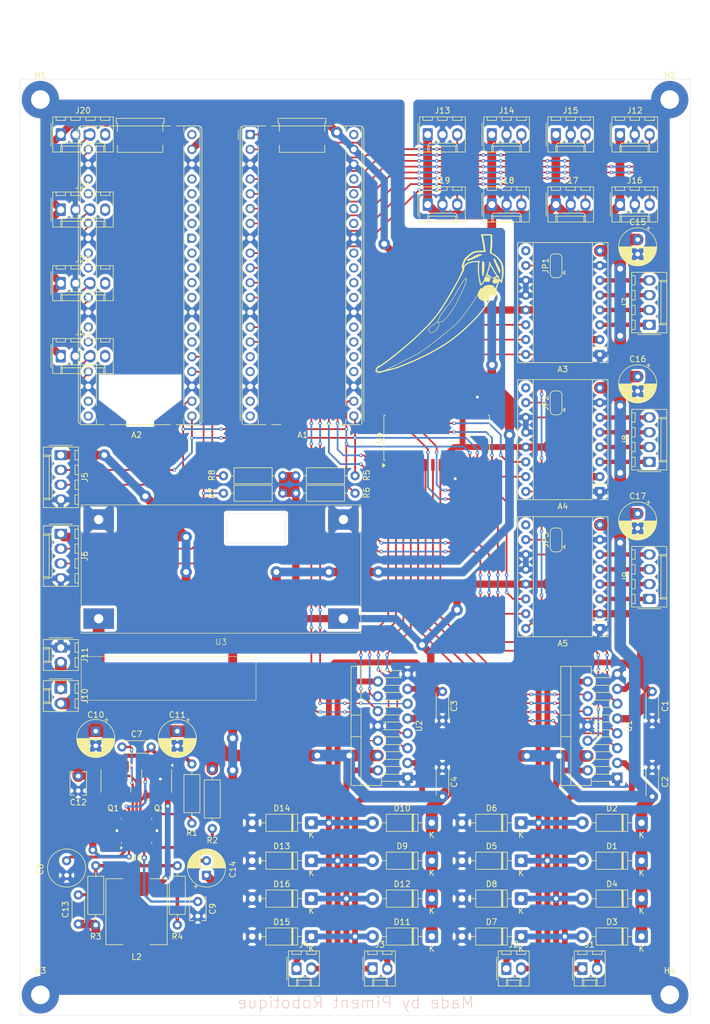
<source format=kicad_pcb>
(kicad_pcb (version 20241229) (generator "pcbnew") (generator_version "9.0")
  (layers (0 "F.Cu" signal) (2 "B.Cu" signal) (13 "F.Paste" user) (15 "B.Paste" user) (5 "F.SilkS" user "F.Silkscreen") (7 "B.SilkS" user "B.Silkscreen") (1 "F.Mask" user) (3 "B.Mask" user) (25 "Edge.Cuts" user))
  (net 0 "")
  (net 3 "I2C 0 SCL")
  (net 4 "Motor 2 Activation Pin")
  (net 5 "GNDPWR")
  (net 7 "Servo 3 PWM")
  (net 8 "Servo 8 PWM")
  (net 10 "Servo 2 PWM")
  (net 13 "+5VL")
  (net 14 "Servo 7 PWM")
  (net 16 "Servo 4 PWM")
  (net 18 "Servo 5 PWM")
  (net 20 "Motor 1 Activation Pin")
  (net 23 "Servo 1 PWM")
  (net 24 "Servo 6 PWM")
  (net 28 "Motor 3 Activation Pin")
  (net 30 "I2C 0 SDA")
  (net 33 "Motor 4 Activation Pin")
  (net 43 "I2C 1 SCL")
  (net 44 "Codeur 1 Pin 2")
  (net 48 "I2C 1 SDA")
  (net 57 "Net-(A3-MS1)")
  (net 59 "Codeur 1 Pin 1")
  (net 60 "Net-(A3-1A)")
  (net 61 "Net-(A3-1B)")
  (net 62 "Stepper 3 Sleep")
  (net 63 "Net-(A3-2A)")
  (net 64 "Steppers Dir")
  (net 65 "Stepper 3 Step")
  (net 66 "+12V")
  (net 67 "Net-(A3-2B)")
  (net 68 "Codeur 2 Pin 1")
  (net 70 "Net-(A4-1B)")
  (net 71 "Codeur 2 Pin 2")
  (net 72 "Stepper 1 Sleep")
  (net 73 "Net-(A4-2A)")
  (net 74 "Net-(A4-1A)")
  (net 75 "Codeur 3 Pin 2")
  (net 76 "Net-(A4-MS1)")
  (net 77 "Net-(A4-2B)")
  (net 78 "Stepper 1 Step")
  (net 79 "Net-(A5-MS1)")
  (net 80 "Codeur 3 Pin 1")
  (net 81 "Stepper 2 Sleep")
  (net 82 "Net-(A5-1B)")
  (net 83 "Net-(A5-1A)")
  (net 84 "Net-(A5-2A)")
  (net 85 "Stepper 2 Step")
  (net 86 "Codeur 4 Pin 1")
  (net 88 "Net-(A5-2B)")
  (net 89 "Net-(U6-SW)")
  (net 90 "Net-(U6-BST)")
  (net 91 "Net-(U6-VCC)")
  (net 92 "Net-(U6-SS)")
  (net 93 "Net-(U6-FB)")
  (net 94 "+5VP")
  (net 95 "Net-(C14-Pad2)")
  (net 96 "Net-(D1-A)")
  (net 97 "Net-(D2-A)")
  (net 98 "Net-(D3-A)")
  (net 99 "Net-(D4-A)")
  (net 100 "Net-(D13-K)")
  (net 101 "Net-(D10-A)")
  (net 102 "Net-(D11-A)")
  (net 103 "Net-(D12-A)")
  (net 104 "Net-(J10-Pin_1)")
  (net 105 "Net-(Q1-G)")
  (net 106 "Net-(Q2-G)")
  (net 107 "Net-(U6-ILIM)")
  (net 108 "Net-(U6-RON)")
  (net 109 "Motor 1 Direction Pin 2")
  (net 110 "Motor 1 Direction Pin 1")
  (net 111 "Motor 2 Direction Pin 2")
  (net 112 "Motor 2 Direction Pin 1")
  (net 113 "Motor 4 Direction Pin 2")
  (net 114 "Motor 3 Direction Pin 1")
  (net 115 "Motor 3 Direction Pin 2")
  (net 116 "Motor 4 Direction Pin 1")
  (net 123 "Codeur 4 Pin 2")
  (footprint "Connector_Molex:Molex_KK-254_AE-6410-02A_1x02_P2.54mm_Vertical" (layer "F.Cu") (at 235.5 217)
    (property "Reference" "J3")
    (property "Value" "Motor 2 Conn")
  )
  (footprint "Inductor_SMD:L_APV_APH1040" (layer "F.Cu") (at 195 207.25 -90)
    (property "Reference" "L2")
    (property "Value" "1.8uH")
  )
  (footprint "Connector_Molex:Molex_KK-254_AE-6410-04A_1x04_P2.54mm_Vertical" (layer "F.Cu") (at 182 99.5)
    (property "Reference" "J22")
    (property "Value" "Motor 3 Encoder")
  )
  (footprint "Connector_Molex:Molex_KK-254_AE-6410-04A_1x04_P2.54mm_Vertical" (layer "F.Cu") (at 182 112)
    (property "Reference" "J23")
    (property "Value" "Motor 4 Encoder")
  )
  (footprint "MountingHole:MountingHole_3.2mm_M3_Pad" (layer "F.Cu") (at 178.5 221.5)
    (property "Reference" "H3")
    (property "Value" "MountingHole_Pad")
  )
  (footprint "Capacitor_THT:C_Radial_D6.3mm_H5.0mm_P2.50mm" (layer "F.Cu") (at 183 198.5 -90)
    (property "Reference" "C8")
    (property "Value" "2.2uF")
  )
  (footprint "Module:Pololu_Breakout-16_15.2x20.3mm" (layer "F.Cu") (at 274.5 111.7 180)
    (property "Reference" "A3")
    (property "Value" "Pololu_Breakout_A4988")
  )
  (footprint "Package_SO:SOIC-8_3.9x4.9mm_P1.27mm" (layer "F.Cu") (at 198.45 184.8375 -90)
    (property "Reference" "Q2")
    (property "Value" "IRF8714PBF")
  )
  (footprint "Resistor_THT:R_Axial_DIN0207_L6.3mm_D2.5mm_P10.16mm_Horizontal" (layer "F.Cu") (at 208 182.84 -90)
    (property "Reference" "R2")
    (property "Value" "82.5kΩ")
  )
  (footprint "Diode_THT:D_DO-41_SOD81_P10.16mm_Horizontal" (layer "F.Cu") (at 281.66 211.5 180)
    (property "Reference" "D3")
    (property "Value" "1N4007")
  )
  (footprint "MountingHole:MountingHole_3.2mm_M3_Pad" (layer "F.Cu") (at 286.5 68)
    (property "Reference" "H2")
    (property "Value" "MountingHole_Pad")
  )
  (footprint "Connector_Molex:Molex_KK-254_AE-6410-03A_1x03_P2.54mm_Vertical" (layer "F.Cu") (at 277.96 74)
    (property "Reference" "J12")
    (property "Value" "Servo 4 Conn")
  )
  (footprint "Diode_THT:D_DO-41_SOD81_P10.16mm_Horizontal" (layer "F.Cu") (at 261 198.5 180)
    (property "Reference" "D5")
    (property "Value" "1N4007")
  )
  (footprint "Connector_Molex:Molex_KK-254_AE-6410-04A_1x04_P2.54mm_Vertical" (layer "F.Cu") (at 283 153.62 90)
    (property "Reference" "J9")
    (property "Value" "Stepper 3 Conn")
  )
  (footprint "Diode_THT:D_DO-41_SOD81_P10.16mm_Horizontal" (layer "F.Cu") (at 225 211.5 180)
    (property "Reference" "D15")
    (property "Value" "1N4007")
  )
  (footprint "Connector_Molex:Molex_KK-254_AE-6410-04A_1x04_P2.54mm_Vertical" (layer "F.Cu") (at 182 142.46 -90)
    (property "Reference" "J6")
    (property "Value" "I2C 1 Conn")
  )
  (footprint "Module:RaspberryPi_Pico_Common_THT" (layer "F.Cu") (at 186.72 74)
    (property "Reference" "A2")
    (property "Value" "RaspberryPi_Pico_W")
  )
  (footprint "Connector_Molex:Molex_KK-254_AE-6410-03A_1x03_P2.54mm_Vertical" (layer "F.Cu") (at 244.96 74)
    (property "Reference" "J13")
    (property "Value" "Servo 1 Conn")
  )
  (footprint "LOGO" (layer "F.Cu") (at 247 103)
    (property "Reference" "G***")
    (property "Value" "LOGO" (hide yes))
  )
  (footprint "Capacitor_THT:C_Disc_D4.3mm_W1.9mm_P5.00mm" (layer "F.Cu") (at 185 209.3625 90)
    (property "Reference" "C13")
    (property "Value" "120pF")
  )
  (footprint "Package_SO:HTSSOP-14-1EP_4.4x5mm_P0.65mm_EP3.4x5mm_Mask3x3.1mm" (layer "F.Cu") (at 195 193.3625 90)
    (property "Reference" "U6")
    (property "Value" "LM3150MH")
  )
  (footprint "Module:Pololu_Breakout-16_15.2x20.3mm" (layer "F.Cu") (at 274.5 135.2 180)
    (property "Reference" "A4")
    (property "Value" "Pololu_Breakout_A4988")
  )
  (footprint "Connector_Molex:Molex_KK-254_AE-6410-03A_1x03_P2.54mm_Vertical" (layer "F.Cu") (at 255.96 74)
    (property "Reference" "J14")
    (property "Value" "Servo 2 Conn")
  )
  (footprint "Connector_Molex:Molex_KK-254_AE-6410-02A_1x02_P2.54mm_Vertical" (layer "F.Cu") (at 258.46 217)
    (property "Reference" "J2")
    (property "Value" "Motor 1 Conn")
  )
  (footprint "Connector_Molex:Molex_KK-254_AE-6410-02A_1x02_P2.54mm_Vertical" (layer "F.Cu") (at 271.5 217)
    (property "Reference" "J1")
    (property "Value" "Motor 0 Conn")
  )
  (footprint "Jumper:SolderJumper-3_P1.3mm_Open_RoundedPad1.0x1.5mm" (layer "F.Cu") (at 267 120 90)
    (property "Reference" "JP2")
    (property "Value" "SolderJumper_3_Open")
  )
  (footprint "Capacitor_THT:C_Disc_D4.3mm_W1.9mm_P5.00mm" (layer "F.Cu") (at 283.5 182.5 -90)
    (property "Reference" "C2")
    (property "Value" "100nF")
  )
  (footprint "Diode_THT:D_DO-41_SOD81_P10.16mm_Horizontal" (layer "F.Cu") (at 261 205 180)
    (property "Reference" "D8")
    (property "Value" "1N4007")
  )
  (footprint "Capacitor_THT:CP_Radial_D6.3mm_P2.50mm" (layer "F.Cu") (at 281 139 -90)
    (property "Reference" "C17")
    (property "Value" "100uF")
  )
  (footprint "Capacitor_THT:CP_Radial_D6.3mm_P2.50mm" (layer "F.Cu") (at 281 115.5 -90)
    (property "Reference" "C16")
    (property "Value" "100uF")
  )
  (footprint "Diode_THT:D_DO-41_SOD81_P10.16mm_Horizontal" (layer "F.Cu") (at 245.66 205 180)
    (property "Reference" "D12")
    (property "Value" "1N4007")
  )
  (footprint "Diode_THT:D_DO-41_SOD81_P10.16mm_Horizontal" (layer "F.Cu") (at 261 211.5 180)
    (property "Reference" "D7")
    (property "Value" "1N4007")
  )
  (footprint "LM2596S-Module:LM2596S-Module" (layer "F.Cu") (at 209.5 148.5)
    (property "Reference" "U3")
    (property "Value" "~")
    (fp_rect (start 1 -9.5) (end 11 -4.5) (stroke (width 0.05)) (fill no) (layer "Edge.Cuts"))
  )
  (footprint "Diode_THT:D_DO-41_SOD81_P10.16mm_Horizontal" (layer "F.Cu") (at 281.66 192 180)
    (property "Reference" "D2")
    (property "Value" "1N4007")
  )
  (footprint "Package_SO:SOIC-8_3.9x4.9mm_P1.27mm" (layer "F.Cu") (at 191.45 184.8375 -90)
    (property "Reference" "Q1")
    (property "Value" "IRF8714PBF")
  )
  (footprint "Capacitor_THT:CP_Radial_D6.3mm_P2.50mm" (layer "F.Cu") (at 281 92 -90)
    (property "Reference" "C15")
    (property "Value" "100uF")
  )
  (footprint "Connector_Molex:Molex_KK-254_AE-6410-03A_1x03_P2.54mm_Vertical" (layer "F.Cu") (at 255.96 86)
    (property "Reference" "J18")
    (property "Value" "Servo 7 Conn")
  )
  (footprint "Connector_Molex:Molex_KK-254_AE-6410-03A_1x03_P2.54mm_Vertical" (layer "F.Cu") (at 277.96 86)
    (property "Reference" "J16")
    (property "Value" "Servo 5 Conn")
  )
  (footprint "Capacitor_THT:CP_Radial_D6.3mm_P2.50mm" (layer "F.Cu") (at 202 176.294888 -90)
    (property "Reference" "C11")
    (property "Value" "10uF")
  )
  (footprint "Capacitor_THT:C_Disc_D4.3mm_W1.9mm_P5.00mm" (layer "F.Cu") (at 247.5 174.5 90)
    (property "Reference" "C3")
    (property "Value" "100nF")
  )
  (footprint "Module:RaspberryPi_Pico_Common_THT" (layer "F.Cu") (at 214.5 74)
    (property "Reference" "A1")
    (property "Value" "RaspberryPi_Pico")
  )
  (footprint "Diode_THT:D_DO-41_SOD81_P10.16mm_Horizontal" (layer "F.Cu") (at 245.66 192 180)
    (property "Reference" "D10")
    (property "Value" "1N4007")
  )
  (footprint "Connector_Molex:Molex_KK-254_AE-6410-03A_1x03_P2.54mm_Vertical" (layer "F.Cu") (at 266.96 74)
    (property "Reference" "J15")
    (property "Value" "Servo 3 Conn")
  )
  (footprint "Resistor_THT:R_Axial_DIN0207_L6.3mm_D2.5mm_P10.16mm_Horizontal" (layer "F.Cu") (at 222.34 132.5)
    (property "Reference" "R5")
    (property "Value" "4.7kΩ")
  )
  (footprint "Connector_Molex:Molex_KK-254_AE-6410-02A_1x02_P2.54mm_Vertical" (layer "F.Cu") (at 182 161.96 -90)
    (property "Reference" "J11")
    (property "Value" "BAU")
  )
  (footprint "Diode_THT:D_DO-41_SOD81_P10.16mm_Horizontal" (layer "F.Cu") (at 225 205 180)
    (property "Reference" "D16")
    (property "Value" "1N4007")
  )
  (footprint "Jumper:SolderJumper-3_P1.3mm_Open_RoundedPad1.0x1.5mm" (layer "F.Cu") (at 267 96.5 90)
    (property "Reference" "JP1")
    (property "Value" "SolderJumper_3_Open")
  )
  (footprint "Capacitor_THT:C_Disc_D3.8mm_W2.6mm_P2.50mm" (layer "F.Cu") (at 185 184 -90)
    (property "Reference" "C12")
    (property "Value" "100nF")
  )
  (footprint "Capacitor_THT:C_Disc_D4.3mm_W1.9mm_P5.00mm" (layer "F.Cu") (at 283.5 169.5 -90)
    (property "Reference" "C1")
    (property "Value" "100nF")
  )
  (footprint "Package_SO:SOIC-28W_7.5x17.9mm_P1.27mm" (layer "F.Cu") (at 246.5 126 90)
    (property "Reference" "U4")
    (property "Value" "MCP23017_SO")
  )
  (footprint "Connector_Molex:Molex_KK-254_AE-6410-04A_1x04_P2.54mm_Vertical" (layer "F.Cu") (at 182 74)
    (property "Reference" "J20")
    (property "Value" "Motor 1 Encoder")
  )
  (footprint "Diode_THT:D_DO-41_SOD81_P10.16mm_Horizontal" (layer "F.Cu") (at 281.66 205 180)
    (property "Reference" "D4")
    (property "Value" "1N4007")
  )
  (footprint "Module:Pololu_Breakout-16_15.2x20.3mm" (layer "F.Cu") (at 274.5 158.7 180)
    (property "Reference" "A5")
    (property "Value" "Pololu_Breakout_A4988")
  )
  (footprint "Connector_Molex:Molex_KK-254_AE-6410-03A_1x03_P2.54mm_Vertical" (layer "F.Cu") (at 266.96 86)
    (property "Reference" "J17")
    (property "Value" "Servo 6 Conn")
  )
  (footprint "Capacitor_THT:C_Disc_D4.3mm_W1.9mm_P5.00mm" (layer "F.Cu") (at 192.5 179)
    (property "Reference" "C7")
    (property "Value" "470nF")
  )
  (footprint "Diode_THT:D_DO-41_SOD81_P10.16mm_Horizontal" (layer "F.Cu") (at 281.66 198.5 180)
    (property "Reference" "D1")
    (property "Value" "1N4007")
  )
  (footprint "Resistor_THT:R_Axial_DIN0207_L6.3mm_D2.5mm_P10.16mm_Horizontal" (layer "F.Cu") (at 222.34 135.5)
    (property "Reference" "R6")
    (property "Value" "4.7kΩ")
  )
  (footprint "Diode_THT:D_DO-41_SOD81_P10.16mm_Horizontal" (layer "F.Cu") (at 245.66 198.5 180)
    (property "Reference" "D9")
    (property "Value" "1N4007")
  )
  (footprint "Resistor_THT:R_Axial_DIN0207_L6.3mm_D2.5mm_P10.16mm_Horizontal" (layer "F.Cu") (at 220.08 135.5 180)
    (property "Reference" "R7")
    (property "Value" "4.7kΩ")
  )
  (footprint "MountingHole:MountingHole_3.2mm_M3_Pad" (layer "F.Cu") (at 286.5 221.5)
    (property "Reference" "H4")
    (property "Value" "MountingHole_Pad")
  )
  (footprint "Resistor_THT:R_Axial_DIN0207_L6.3mm_D2.5mm_P10.16mm_Horizontal" (layer "F.Cu") (at 202 199.3625 -90)
    (property "Reference" "R4")
    (property "Value" "10kΩ")
  )
  (footprint "Capacitor_THT:CP_Radial_D6.3mm_P2.50mm" (layer "F.Cu") (at 207 201 90)
    (property "Reference" "C14")
    (property "Value" "120uF")
  )
  (footprint "Package_TO_SOT_THT:TO-220-15_P2.54x5.08mm_StaggerOdd_Lead4.58mm_Vertical" (layer "F.Cu") (at 277.5 184.28 90)
    (property "Reference" "U1")
    (property "Value" "L298HN")
  )
  (footprint "MountingHole:MountingHole_3.2mm_M3_Pad" (layer "F.Cu") (at 178.5 68)
    (property "Reference" "H1")
    (property "Value" "MountingHole_Pad")
  )
  (footprint "Capacitor_THT:C_Disc_D4.3mm_W1.9mm_P5.00mm" (layer "F.Cu") (at 247.5 187.5 90)
    (property "Reference" "C4")
    (property "Value" "100nF")
  )
  (footprint "Resistor_THT:R_Axial_DIN0207_L6.3mm_D2.5mm_P10.16mm_Horizontal" (layer "F.Cu") (at 188 199.3625 -90)
    (property "Reference" "R3")
    (property "Value" "73.2kΩ")
  )
  (footprint "Capacitor_THT:C_Disc_D3.8mm_W2.6mm_P2.50mm" (layer "F.Cu") (at 205.5 205.5 -90)
    (property "Reference" "C9")
    (property "Value" "15nF")
  )
  (footprint "Connector_Molex:Molex_KK-254_AE-6410-04A_1x04_P2.54mm_Vertical" (layer "F.Cu") (at 182 128.96 -90)
    (property "Reference" "J5")
    (property "Value" "I2C 0 Conn")
  )
  (footprint "Diode_THT:D_DO-41_SOD81_P10.16mm_Horizontal" (layer "F.Cu") (at 245.66 211.5 180)
    (property "Reference" "D11")
    (property "Value" "1N4007")
  )
  (footprint "Resistor_THT:R_Axial_DIN0207_L6.3mm_D2.5mm_P10.16mm_Horizontal" (layer "F.Cu") (at 220.08 132.5 180)
    (property "Reference" "R8")
    (property "Value" "4.7kΩ")
  )
  (footprint "Connector_Molex:Molex_KK-254_AE-6410-04A_1x04_P2.54mm_Vertical" (layer "F.Cu") (at 182 86.88)
    (property "Reference" "J21")
    (property "Value" "Motor 2 Encoder")
  )
  (footprint "Connector_Molex:Molex_KK-254_AE-6410-03A_1x03_P2.54mm_Vertical" (layer "F.Cu") (at 244.96 86)
    (property "Reference" "J19")
    (property "Value" "Servo 8 Conn")
  )
  (footprint "Package_TO_SOT_THT:TO-220-15_P2.54x5.08mm_StaggerOdd_Lead4.58mm_Vertical" (layer "F.Cu") (at 241.5 184.28 90)
    (property "Reference" "U2")
    (property "Value" "L298HN")
  )
  (footprint "Jumper:SolderJumper-3_P1.3mm_Open_RoundedPad1.0x1.5mm" (layer "F.Cu") (at 267 143.5 90)
    (property "Reference" "JP3")
    (property "Value" "SolderJumper_3_Open")
  )
  (footprint "Diode_THT:D_DO-41_SOD81_P10.16mm_Horizontal" (layer "F.Cu") (at 261 192 180)
    (property "Reference" "D6")
    (property "Value" "1N4007")
  )
  (footprint "Connector_Molex:Molex_KK-254_AE-6410-04A_1x04_P2.54mm_Vertical" (layer "F.Cu") (at 283 130.12 90)
    (property "Reference" "J8")
    (property "Value" "Stepper 2 Conn")
  )
  (footprint "Diode_THT:D_DO-41_SOD81_P10.16mm_Horizontal" (layer "F.Cu") (at 225 192 180)
    (property "Reference" "D14")
    (property "Value" "1N4007")
  )
  (footprint "Connector_Molex:Molex_KK-254_AE-6410-02A_1x02_P2.54mm_Vertical" (layer "F.Cu") (at 222.46 217)
    (property "Reference" "J4")
    (property "Value" "Motor 3 Conn")
  )
  (footprint "Connector_Molex:Molex_KK-254_AE-6410-04A_1x04_P2.54mm_Vertical" (layer "F.Cu") (at 283 106.62 90)
    (property "Reference" "J7")
    (property "Value" "Stepper 1 Conn")
  )
  (footprint "Capacitor_THT:CP_Radial_D6.3mm_P2.50mm" (layer "F.Cu") (at 188 176.294888 -90)
    (property "Reference" "C10")
    (property "Value" "10uF")
  )
  (footprint "Diode_THT:D_DO-41_SOD81_P10.16mm_Horizontal" (layer "F.Cu") (at 225 198.5 180)
    (property "Reference" "D13")
    (property "Value" "1N4007")
  )
  (footprint "Resistor_THT:R_Axial_DIN0207_L6.3mm_D2.5mm_P10.16mm_Horizontal" (layer "F.Cu") (at 204.5 192.08 90)
    (property "Reference" "R1")
    (property "Value" "665Ω")
  )
  (footprint "Connector_Molex:Molex_KK-254_AE-6410-02A_1x02_P2.54mm_Vertical" (layer "F.Cu") (at 182 169 -90)
    (property "Reference" "J10")
    (property "Value" "12V Battery")
  )
  (gr_arc (start 259 88.25) (mid 259.707107 88.542893) (end 260 89.25) (stroke (width 0.5)) (layer "B.Cu") (net 5))
  (gr_arc (start 260 163.75) (mid 259.707107 164.457107) (end 259 164.75) (stroke (width 0.5)) (layer "B.Cu") (net 5))
  (gr_arc (start 189.75 164.75) (mid 188.75 163.75) (end 189.75 162.75) (stroke (width 0.5)) (layer "B.Cu") (net 5))
  (gr_arc (start 241.75 90.25) (mid 241.042893 89.957107) (end 240.75 89.25) (stroke (width 0.5)) (layer "B.Cu") (net 5))
  (gr_line (start 215.5 171) (end 185.5 171) (stroke (width 0.08382)) (layer "F.SilkS"))
  (gr_line (start 215.5 163.5) (end 215.5 171) (stroke (width 0.08382)) (layer "F.SilkS"))
  (gr_line (start 185.5 163.5) (end 215.5 163.5) (stroke (width 0.08382)) (layer "F.SilkS"))
  (gr_line (start 185.5 163.5) (end 185.5 171) (stroke (width 0.08382)) (layer "F.SilkS"))
  (gr_rect (start 175 64.5) (end 290 225) (stroke (width 0.05)) (fill no) (layer "Edge.Cuts"))
  (gr_text "Made by Piment Robotique" (at 253 224 0) (layer "B.SilkS") (effects (font (size 2 2) (thickness 0.1)) (justify left bottom mirror)))
  (segment (start 203 133) (end 201.96 134.04) (width 0.3) (layer "F.Cu") (net 3))
  (segment (start 252.215 130.65) (end 252.215 128.58) (width 0.3) (layer "F.Cu") (net 3))
  (segment (start 231 134) (end 232.5 135.5) (width 0.3) (layer "F.Cu") (net 3))
  (segment (start 231 124.5) (end 231 120) (width 0.3) (layer "F.Cu") (net 3))
  (segment (start 203.78 119.72) (end 204.5 119.72) (width 0.3) (layer "F.Cu") (net 3))
  (segment (start 231.28 119.72) (end 232.28 119.72) (width 0.3) (layer "F.Cu") (net 3))
  (segment (start 231 127) (end 231 134) (width 0.3) (layer "F.Cu") (net 3))
  (segment (start 203 120.5) (end 203.78 119.72) (width 0.3) (layer "F.Cu") (net 3))
  (segment (start 231 120) (end 231.28 119.72) (width 0.3) (layer "F.Cu") (net 3))
  (segment (start 203 124.5) (end 203 133) (width 0.3) (layer "F.Cu") (net 3))
  (segment (start 201.96 134.04) (end 182 134.04) (width 0.3) (layer "F.Cu") (net 3))
  (segment (start 203 124.5) (end 203 120.5) (width 0.3) (layer "F.Cu") (net 3))
  (segment (start 209.5 124.5) (end 231 124.5) (width 0.3) (layer "F.Cu") (net 3))
  (via (at 209.5 124.5) (size 0.6) (drill 0.3) (layers "F.Cu" "B.Cu") (net 3))
  (via (at 203 124.5) (size 0.6) (drill 0.3) (layers "F.Cu" "B.Cu") (net 3))
  (via (at 231 124.5) (size 0.6) (drill 0.3) (layers "F.Cu" "B.Cu") (net 3))
  (via (at 252.215 128.58) (size 0.6) (drill 0.3) (layers "F.Cu" "B.Cu") (net 3))
  (via (at 231 127) (size 0.6) (drill 0.3) (layers "F.Cu" "B.Cu") (net 3))
  (segment (start 203 124.5) (end 209.5 124.5) (width 0.3) (layer "B.Cu") (net 3))
  (segment (start 231.5 127.5) (end 231 127) (width 0.3) (layer "B.Cu") (net 3))
  (segment (start 252.215 128.58) (end 251.135 127.5) (width 0.3) (layer "B.Cu") (net 3))
  (segment (start 251.135 127.5) (end 231.5 127.5) (width 0.3) (layer "B.Cu") (net 3))
  (segment (start 231 127) (end 231 124.5) (width 0.3) (layer "B.Cu") (net 3))
  (segment (start 229.5 101.5) (end 227.4 99.4) (width 0.3) (layer "F.Cu") (net 4))
  (segment (start 236 131) (end 234 129) (width 0.3) (layer "F.Cu") (net 4))
  (segment (start 255.5 149.5) (end 255.5 146) (width 0.3) (layer "F.Cu") (net 4))
  (segment (start 229.5 123.5) (end 229.5 101.5) (width 0.3) (layer "F.Cu") (net 4))
  (segment (start 275.75 163.25) (end 275.75 162.75) (width 0.3) (layer "F.Cu") (net 4))
  (segment (start 255.5 146) (end 253.5 144) (width 0.3) (layer "F.Cu") (net 4))
  (segment (start 255.5 160) (end 255.5 152.5) (width 0.3) (layer "F.Cu") (net 4))
  (segment (start 275.75 162.75) (end 274 161) (width 0.3) (layer "F.Cu") (net 4))
  (segment (start 236 143) (end 236 131) (width 0.3) (layer "F.Cu") (net 4))
  (segment (start 237 144) (end 236 143) (width 0.3) (layer "F.Cu") (net 4))
  (segment (start 274 161) (end 256.5 161) (width 0.3) (layer "F.Cu") (net 4))
  (segment (start 253.5 144) (end 248 144) (width 0.3) (layer "F.Cu") (net 4))
  (segment (start 256.5 161) (end 255.5 160) (width 0.3) (layer "F.Cu") (net 4))
  (segment (start 275.75 165.75) (end 275.75 169.86) (width 0.3) (layer "F.Cu") (net 4))
  (segment (start 275.75 169.86) (end 277.5 171.61) (width 0.3) (layer "F.Cu") (net 4))
  (segment (start 227.4 99.4) (end 214.5 99.4) (width 0.3) (layer "F.Cu") (net 4))
  (segment (start 234 129) (end 233.5 129) (width 0.3) (layer "F.Cu") (net 4))
  (via (at 233.5 129) (size 0.6) (drill 0.3) (layers "F.Cu" "B.Cu") (net 4))
  (via (at 229.5 123.5) (size 0.6) (drill 0.3) (layers "F.Cu" "B.Cu") (net 4))
  (via (at 255.5 149.5) (size 0.6) (drill 0.3) (layers "F.Cu" "B.Cu") (net 4))
  (via (at 275.75 163.25) (size 0.6) (drill 0.3) (layers "F.Cu" "B.Cu") (net 4))
  (via (at 275.75 165.75) (size 0.6) (drill 0.3) (layers "F.Cu" "B.Cu") (net 4))
  (via (at 237 144) (size 0.6) (drill 0.3) (layers "F.Cu" "B.Cu") (net 4))
  (via (at 248 144) (size 0.6) (drill 0.3) (layers "F.Cu" "B.Cu") (net 4))
  (via (at 255.5 152.5) (size 0.6) (drill 0.3) (layers "F.Cu" "B.Cu") (net 4))
  (segment (start 230.5 129) (end 233.5 129) (width 0.3) (layer "B.Cu") (net 4))
  (segment (start 255.5 152.5) (end 255.5 149.5) (width 0.3) (layer "B.Cu") (net 4))
  (segment (start 229.5 128) (end 230.5 129) (width 0.3) (layer "B.Cu") (net 4))
  (segment (start 275.75 163.25) (end 275.75 165.75) (width 0.3) (layer "B.Cu") (net 4))
  (segment (start 229.5 123.5) (end 229.5 128) (width 0.3) (layer "B.Cu") (net 4))
  (segment (start 237 144) (end 248 144) (width 0.3) (layer "B.Cu") (net 4))
  (segment (start 195.65 194.0125) (end 195 193.3625) (width 0.5) (layer "F.Cu") (net 5))
  (segment (start 199.085 182.3625) (end 197.815 182.3625) (width 1) (layer "F.Cu") (net 5))
  (segment (start 196.3 192.0625) (end 195 193.3625) (width 0.5) (layer "F.Cu") (net 5))
  (segment (start 261.8 99) (end 265.8 99) (width 0.3) (layer "F.Cu") (net 5))
  (segment (start 261.8 122.5) (end 265.8 122.5) (width 0.3) (layer "F.Cu") (net 5))
  (segment (start 265.8 122.5) (end 267 121.3) (width 0.3) (layer "F.Cu") (net 5))
  (segment (start 261.8 146) (end 265.8 146) (width 0.3) (layer "F.Cu") (net 5))
  (segment (start 195 193.3625) (end 194.3625 193.3625) (width 0.5) (layer "F.Cu") (net 5))
  (segment (start 193.05 192.05) (end 193.05 190.5) (width 0.5) (layer "F.Cu") (net 5))
  (segment (start 265.8 99) (end 267 97.8) (width 0.3) (layer "F.Cu") (net 5))
  (segment (start 195 193.3625) (end 191.6375 193.3625) (width 1) (layer "F.Cu") (net 5))
  (segment (start 196.3 190.5) (end 196.3 192.0625) (width 0.5) (layer "F.Cu") (net 5))
  (segment (start 200.355 182.3625) (end 199.085 182.3625) (width 1) (layer "F.Cu") (net 5))
  (segment (start 249.675 130.65) (end 249.675 133) (width 1) (layer "F.Cu") (net 5))
  (segment (start 195.65 196.225) (end 195.65 194.0125) (width 0.5) (layer "F.Cu") (net 5))
  (segment (start 253.485 121.35) (end 252.215 121.35) (width 0.6) (layer "F.Cu") (net 5))
  (segment (start 254.755 121.35) (end 253.485 121.35) (width 0.6) (layer "F.Cu") (net 5))
  (segment (start 265.8 146) (end 267 144.8) (width 0.3) (layer "F.Cu") (net 5))
  (segment (start 195 193.3625) (end 198.5 193.3625) (width 1) (layer "F.Cu") (net 5))
  (segment (start 194.3625 193.3625) (end 193.05 192.05) (width 0.5) (layer "F.Cu") (net 5))
  (segment (start 253.485 121.35) (end 253.485 119.015) (width 0.6) (layer "F.Cu") (net 5))
  (segment (start 199.085 184.5) (end 199.085 182.3625) (width 1) (layer "F.Cu") (net 5))
  (via (at 198.5 193.3625) (size 1) (drill 0.5) (layers "F.Cu" "B.Cu") (net 5))
  (via (at 191.6375 193.3625) (size 1) (drill 0.5) (layers "F.Cu" "B.Cu") (net 5))
  (via (at 199.085 184.5) (size 1) (drill 0.5) (layers "F.Cu" "B.Cu") (net 5))
  (via (at 253.485 119.015) (size 1) (drill 0.5) (layers "F.Cu" "B.Cu") (net 5))
  (via (at 249.675 133) (size 1) (drill 0.5) (layers "F.Cu" "B.Cu") (net 5))
  (segment (start 222.616 81.62) (end 214.5 81.62) (width 0.3) (layer "F.Cu") (net 7))
  (segment (start 243.5 78.5) (end 236 78.5) (width 0.3) (layer "F.Cu") (net 7))
  (segment (start 265.5 78.5) (end 257.5 78.5) (width 0.3) (layer "F.Cu") (net 7))
  (segment (start 224 80.236) (end 222.616 81.62) (width 0.3) (layer "F.Cu") (net 7))
  (segment (start 272.04 77.46) (end 271 78.5) (width 0.3) (layer "F.Cu") (net 7))
  (segment (start 234.264 80.236) (end 224 80.236) (width 0.3) (layer "F.Cu") (net 7))
  (segment (start 254.5 78.5) (end 246.5 78.5) (width 0.3) (layer "F.Cu") (net 7))
  (segment (start 271 78.5) (end 268.5 78.5) (width 0.3) (layer "F.Cu") (net 7))
  (segment (start 272.04 74) (end 272.04 77.46) (width 0.3) (layer "F.Cu") (net 7))
  (segment (start 236 78.5) (end 234.264 80.236) (width 0.3) (layer "F.Cu") (net 7))
  (via (at 254.5 78.5) (size 0.6) (drill 0.3) (layers "F.Cu" "B.Cu") (net 7))
  (via (at 268.5 78.5) (size 0.6) (drill 0.3) (layers "F.Cu" "B.Cu") (net 7))
  (via (at 257.5 78.5) (size 0.6) (drill 0.3) (layers "F.Cu" "B.Cu") (net 7))
  (via (at 243.5 78.5) (size 0.6) (drill 0.3) (layers "F.Cu" "B.Cu") (net 7))
  (via (at 265.5 78.5) (size 0.6) (drill 0.3) (layers "F.Cu" "B.Cu") (net 7))
  (via (at 246.5 78.5) (size 0.6) (drill 0.3) (layers "F.Cu" "B.Cu") (net 7))
  (segment (start 246.5 78.5) (end 243.5 78.5) (width 0.3) (layer "B.Cu") (net 7))
  (segment (start 268.5 78.5) (end 265.5 78.5) (width 0.3) (layer "B.Cu") (net 7))
  (segment (start 257.5 78.5) (end 254.5 78.5) (width 0.3) (layer "B.Cu") (net 7))
  (segment (start 250.04 84.54) (end 250.04 86) (width 0.3) (layer "F.Cu") (net 8))
  (segment (start 233.831 93.169) (end 224 93.169) (width 0.3) (layer "F.Cu") (net 8))
  (segment (start 246.5 83.5) (end 249 83.5) (width 0.3) (layer "F.Cu") (net 8))
  (segment (start 220.309 96.86) (end 214.5 96.86) (width 0.3) (layer "F.Cu") (net 8))
  (segment (start 224 93.169) (end 220.309 96.86) (width 0.3) (layer "F.Cu") (net 8))
  (segment (start 249 83.5) (end 250.04 84.54) (width 0.3) (layer "F.Cu") (net 8))
  (segment (start 243.5 83.5) (end 233.831 93.169) (width 0.3) (layer "F.Cu") (net 8))
  (via (at 246.5 83.5) (size 0.6) (drill 0.3) (layers "F.Cu" "B.Cu") (net 8))
  (via (at 243.5 83.5) (size 0.6) (drill 0.3) (layers "F.Cu" "B.Cu") (net 8))
  (segment (start 246.5 83.5) (end 243.5 83.5) (width 0.3) (layer "B.Cu") (net 8))
  (segment (start 234.5 77.5) (end 234.076 77.924) (width 0.3) (layer "F.Cu") (net 10))
  (segment (start 243.5 77.5) (end 234.5 77.5) (width 0.3) (layer "F.Cu") (net 10))
  (segment (start 222.54 76.54) (end 214.5 76.54) (width 0.3) (layer "F.Cu") (net 10))
  (segment (start 254.5 77.5) (end 246.5 77.5) (width 0.3) (layer "F.Cu") (net 10))
  (segment (start 260 77.5) (end 261.04 76.46) (width 0.3) (layer "F.Cu") (net 10))
  (segment (start 223.924 77.924) (end 222.54 76.54) (width 0.3) (layer "F.Cu") (net 10))
  (segment (start 261.04 76.46) (end 261.04 74) (width 0.3) (layer "F.Cu") (net 10))
  (segment (start 257.5 77.5) (end 260 77.5) (width 0.3) (layer "F.Cu") (net 10))
  (segment (start 234.076 77.924) (end 223.924 77.924) (width 0.3) (layer "F.Cu") (net 10))
  (via (at 254.5 77.5) (size 0.6) (drill 0.3) (layers "F.Cu" "B.Cu") (net 10))
  (via (at 243.5 77.5) (size 0.6) (drill 0.3) (layers "F.Cu" "B.Cu") (net 10))
  (via (at 257.5 77.5) (size 0.6) (drill 0.3) (layers "F.Cu" "B.Cu") (net 10))
  (via (at 246.5 77.5) (size 0.6) (drill 0.3) (layers "F.Cu" "B.Cu") (net 10))
  (segment (start 246.5 77.5) (end 243.5 77.5) (width 0.3) (layer "B.Cu") (net 10))
  (segment (start 257.5 77.5) (end 254.5 77.5) (width 0.3) (layer "B.Cu") (net 10))
  (segment (start 270.16 132.66) (end 270.16 143.5) (width 1.25) (layer "F.Cu") (net 13))
  (segment (start 267 95.2) (end 269.2 95.2) (width 0.3) (layer "F.Cu") (net 13))
  (segment (start 180.324 75.676) (end 180.324 85.204) (width 1.25) (layer "F.Cu") (net 13))
  (segment (start 180.324 88.556) (end 180.324 97.824) (width 1.25) (layer "F.Cu") (net 13))
  (segment (start 250 154) (end 252.92 151.08) (width 1.25) (layer "F.Cu") (net 13))
  (segment (start 245.5 168.28) (end 246.72 169.5) (width 1.25) (layer "F.Cu") (net 13))
  (segment (start 265.08 151.08) (end 270.16 146) (width 1.25) (layer "F.Cu") (net 13))
  (segment (start 274.5 132.66) (end 270.16 132.66) (width 1.25) (layer "F.Cu") (net 13))
  (segment (start 222.34 132.5) (end 222.34 133.24) (width 1.25) (layer "F.Cu") (net 13))
  (segment (start 267 118.7) (end 270.16 118.7) (width 0.3) (layer "F.Cu") (net 13))
  (segment (start 245.5 173) (end 244.38 174.12) (width 1.25) (layer "F.Cu") (net 13))
  (segment (start 270.16 156.16) (end 265.08 151.08) (width 1.25) (layer "F.Cu") (net 13))
  (segment (start 268.92 104.08) (end 265.08 104.08) (width 0.3) (layer "F.Cu") (net 13))
  (segment (start 244.38 174.12) (end 241.5 174.12) (width 1.25) (layer "F.Cu") (net 13))
  (segment (start 280.2 174.15) (end 281.5 172.85) (width 1.25) (layer "F.Cu") (net 13))
  (segment (start 270 103) (end 268.92 104.08) (width 0.3) (layer "F.Cu") (net 13))
  (segment (start 250.945 121.35) (end 250.945 127.58) (width 1) (layer "F.Cu") (net 13))
  (segment (start 261.8 104.08) (end 265.08 104.08) (width 1.25) (layer "F.Cu") (net 13))
  (segment (start 283 169.5) (end 283.5 169.5) (width 1.25) (layer "F.Cu") (net 13))
  (segment (start 182 86.88) (end 180.324 88.556) (width 1.25) (layer "F.Cu") (net 13))
  (segment (start 270.16 122.5) (end 265.08 127.58) (width 1.25) (layer "F.Cu") (net 13))
  (segment (start 230.5 157) (end 223 157) (width 1.25) (layer "F.Cu") (net 13))
  (segment (start 227.74 72) (end 209.04 72) (width 1.25) (layer "F.Cu") (net 13))
  (segment (start 270.16 132.66) (end 265.08 127.58) (width 1.25) (layer "F.Cu") (net 13))
  (segment (start 265.08 151.08) (end 261.8 151.08) (width 1.25) (layer "F.Cu") (net 13))
  (segment (start 274.5 156.16) (end 280.16 156.16) (width 1.25) (layer "F.Cu") (net 13))
  (segment (start 245.5 170.72) (end 245.5 173) (width 1.25) (layer "F.Cu") (net 13))
  (segment (start 180.324 85.204) (end 182 86.88) (width 1.25) (layer "F.Cu") (net 13))
  (segment (start 222.34 135.5) (end 222.34 134.76) (width 1.25) (layer "F.Cu") (net 13))
  (segment (start 252.92 151.08) (end 261.8 151.08) (width 1.25) (layer "F.Cu") (net 13))
  (segment (start 222.34 135.5) (end 222.34 132.5) (width 1.25) (layer "F.Cu") (net 13))
  (segment (start 245.5 163) (end 245.5 168.28) (width 1.25) (layer "F.Cu") (net 13))
  (segment (start 229.37 73.63) (end 227.74 72) (width 1.25) (layer "F.Cu") (net 13))
  (segment (start 248.83 104.08) (end 261.8 104.08) (width 1.25) (layer "F.Cu") (net 13))
  (segment (start 277.34 174.15) (end 280.2 174.15) (width 1.25) (layer "F.Cu") (net 13))
  (segment (start 222.34 133.24) (end 220.08 135.5) (width 1.25) (layer "F.Cu") (net 13))
  (segment (start 269.2 95.2) (end 270 96) (width 0.3) (layer "F.Cu") (net 13))
  (segment (start 220.08 135.5) (end 220.08 132.5) (width 1.25) (layer "F.Cu") (net 13))
  (segment (start 270.16 143.5) (end 270.16 146) (width 1.25) (layer "F.Cu") (net 13))
  (segment (start 222.34 135.5) (end 220.08 135.5) (width 1.25) (layer "F.Cu") (net 13))
  (segment (start 249.515 127.58) (end 248.405 128.69) (width 1) (layer "F.Cu") (net 13))
  (segment (start 180.324 97.824) (end 182 99.5) (width 1.25) (layer "F.Cu") (net 13))
  (segment (start 248.405 128.69) (end 248.405 130.65) (width 1) (layer "F.Cu") (net 13))
  (segment (start 209.04 72) (end 184 72) (width 1.25) (layer "F.Cu") (net 13))
  (segment (start 281.5 168) (end 283 169.5) (width 1.25) (layer "F.Cu") (net 13))
  (segment (start 265.08 127.58) (end 261.8 127.58) (width 1.25) (layer "F.Cu") (net 13))
  (segment (start 184 72) (end 182 74) (width 1.25) (layer "F.Cu") (net 13))
  (segment (start 250 155.5) (end 250 154) (width 1.25) (layer "F.Cu") (net 13))
  (segment (start 280.16 156.16) (end 281.5 157.5) (width 1.25) (layer "F.Cu") (net 13))
  (segment (start 246.72 169.5) (end 245.5 170.72) (width 1.25) (layer "F.Cu") (net 13))
  (segment (start 270.16 120) (end 270.16 122.5) (width 1.25) (layer "F.Cu") (net 13))
  (segment (start 270.16 109.16) (end 274.5 109.16) (width 1.25) (layer "F.Cu") (net 13))
  (segment (start 223 157) (end 222.34 156.34) (width 1.25) (layer "F.Cu") (net 13))
  (segment (start 182 74) (end 180.324 75.676) (width 1.25) (layer "F.Cu") (net 13))
  (segment (start 220.08 132.5) (end 222.34 132.5) (width 1.25) (layer "F.Cu") (net 13))
  (segment (start 261.8 127.58) (end 249.515 127.58) (width 1) (layer "F.Cu") (net 13))
  (segment (start 267 142.2) (end 270.16 142.2) (width 0.3) (layer "F.Cu") (net 13))
  (segment (start 237.5 92.75) (end 248.83 104.08) (width 1.25) (layer "F.Cu") (net 13))
  (segment (start 274.5 156.16) (end 270.16 156.16) (width 1.25) (layer "F.Cu") (net 13))
  (segment (start 281.5 172.85) (end 281.5 171) (width 1.25) (layer "F.Cu") (net 13))
  (segment (start 281.5 157.5) (end 281.5 168) (width 1.25) (layer "F.Cu") (net 13))
  (segment (start 209.04 72) (end 204.5 76.54) (width 1.25) (layer "F.Cu") (net 13))
  (segment (start 270.16 109.16) (end 270.16 120) (width 1.25) (layer "F.Cu") (net 13))
  (segment (start 246.72 169.5) (end 247.5 169.5) (width 1.25) (layer "F.Cu") (net 13))
  (segment (start 270 96) (end 270 103) (width 0.3) (layer "F.Cu") (net 13))
  (segment (start 244 161.5) (end 245.5 163) (width 1.25) (layer "F.Cu") (net 13))
  (segment (start 180.324 110.324) (end 182 112) (width 1.25) (layer "F.Cu") (net 13))
  (segment (start 182 99.5) (end 180.324 101.176) (width 1.25) (layer "F.Cu") (net 13))
  (segment (start 222.34 134.76) (end 220.08 132.5) (width 1.25) (layer "F.Cu") (net 13))
  (segment (start 265.08 104.08) (end 270.16 109.16) (width 1.25) (layer "F.Cu") (net 13))
  (segment (start 222.34 156.34) (end 222.34 135.5) (width 1.25) (layer "F.Cu") (net 13))
  (segment (start 180.324 101.176) (end 180.324 110.324) (width 1.25) (layer "F.Cu") (net 13))
  (segment (start 281.5 171) (end 283 169.5) (width 1.25) (layer "F.Cu") (net 13))
  (via (at 229.37 73.63) (size 2) (drill 1) (layers "F.Cu" "B.Cu") (net 13))
  (via (at 237.5 92.75) (size 2) (drill 1) (layers "F.Cu" "B.Cu") (net 13))
  (via (at 244 161.5) (size 2) (drill 1) (layers "F.Cu" "B.Cu") (net 13))
  (via (at 250 155.5) (size 2) (drill 1) (layers "F.Cu" "B.Cu") (net 13))
  (segment (start 237.5 81.76) (end 232.28 76.54) (width 1.25) (layer "B.Cu") (net 13))
  (segment (start 237.5 92.75) (end 237.5 81.76) (width 1.25) (layer "B.Cu") (net 13))
  (segment (start 244 161.5) (end 239.5 157) (width 1.25) (layer "B.Cu") (net 13))
  (segment (start 229.37 73.63) (end 232.28 76.54) (width 1.25) (layer "B.Cu") (net 13))
  (segment (start 250 155.5) (end 244 161.5) (width 1.25) (layer "B.Cu") (net 13))
  (segment (start 239.5 157) (end 230.5 157) (width 1.25) (layer "B.Cu") (net 13))
  (segment (start 220.18 94.32) (end 214.5 94.32) (width 0.3) (layer "F.Cu") (net 14))
  (segment (start 234 90.5) (end 224 90.5) (width 0.3) (layer "F.Cu") (net 14))
  (segment (start 261.04 83.54) (end 261.04 86) (width 0.3) (layer "F.Cu") (net 14))
  (segment (start 260 82.5) (end 261.04 83.54) (width 0.3) (layer "F.Cu") (net 14))
  (segment (start 242 82.5) (end 234 90.5) (width 0.3) (layer "F.Cu") (net 14))
  (segment (start 254.5 82.5) (end 246.5 82.5) (width 0.3) (layer "F.Cu") (net 14))
  (segment (start 243.5 82.5) (end 242 82.5) (width 0.3) (layer "F.Cu") (net 14))
  (segment (start 257.5 82.5) (end 260 82.5) (width 0.3) (layer "F.Cu") (net 14))
  (segment (start 224 90.5) (end 220.18 94.32) (width 0.3) (layer "F.Cu") (net 14))
  (via (at 246.5 82.5) (size 0.6) (drill 0.3) (layers "F.Cu" "B.Cu") (net 14))
  (via (at 257.5 82.5) (size 0.6) (drill 0.3) (layers "F.Cu" "B.Cu") (net 14))
  (via (at 243.5 82.5) (size 0.6) (drill 0.3) (layers "F.Cu" "B.Cu") (net 14))
  (via (at 254.5 82.5) (size 0.6) (drill 0.3) (layers "F.Cu" "B.Cu") (net 14))
  (segment (start 257.5 82.5) (end 254.5 82.5) (width 0.3) (layer "B.Cu") (net 14))
  (segment (start 246.5 82.5) (end 243.5 82.5) (width 0.3) (layer "B.Cu") (net 14))
  (segment (start 222.84 84.16) (end 214.5 84.16) (width 0.3) (layer "F.Cu") (net 16))
  (segment (start 243.5 79.5) (end 237.5 79.5) (width 0.3) (layer "F.Cu") (net 16))
  (segment (start 279.5 79.5) (end 282 79.5) (width 0.3) (layer "F.Cu") (net 16))
  (segment (start 224 83) (end 222.84 84.16) (width 0.3) (layer "F.Cu") (net 16))
  (segment (start 237.5 79.5) (end 234 83) (width 0.3) (layer "F.Cu") (net 16))
  (segment (start 283.04 78.46) (end 283.04 74) (width 0.3) (layer "F.Cu") (net 16))
  (segment (start 276.5 79.5) (end 268.5 79.5) (width 0.3) (layer "F.Cu") (net 16))
  (segment (start 265.5 79.5) (end 257.5 79.5) (width 0.3) (layer "F.Cu") (net 16))
  (segment (start 254.5 79.5) (end 246.5 79.5) (width 0.3) (layer "F.Cu") (net 16))
  (segment (start 234 83) (end 224 83) (width 0.3) (layer "F.Cu") (net 16))
  (segment (start 282 79.5) (end 283.04 78.46) (width 0.3) (layer "F.Cu") (net 16))
  (via (at 268.5 79.5) (size 0.6) (drill 0.3) (layers "F.Cu" "B.Cu") (net 16))
  (via (at 276.5 79.5) (size 0.6) (drill 0.3) (layers "F.Cu" "B.Cu") (net 16))
  (via (at 279.5 79.5) (size 0.6) (drill 0.3) (layers "F.Cu" "B.Cu") (net 16))
  (via (at 243.5 79.5) (size 0.6) (drill 0.3) (layers "F.Cu" "B.Cu") (net 16))
  (via (at 257.5 79.5) (size 0.6) (drill 0.3) (layers "F.Cu" "B.Cu") (net 16))
  (via (at 254.5 79.5) (size 0.6) (drill 0.3) (layers "F.Cu" "B.Cu") (net 16))
  (via (at 265.5 79.5) (size 0.6) (drill 0.3) (layers "F.Cu" "B.Cu") (net 16))
  (via (at 246.5 79.5) (size 0.6) (drill 0.3) (layers "F.Cu" "B.Cu") (net 16))
  (segment (start 246.5 79.5) (end 243.5 79.5) (width 0.3) (layer "B.Cu") (net 16))
  (segment (start 257.5 79.5) (end 254.5 79.5) (width 0.3) (layer "B.Cu") (net 16))
  (segment (start 279.5 79.5) (end 276.5 79.5) (width 0.3) (layer "B.Cu") (net 16))
  (segment (start 268.5 79.5) (end 265.5 79.5) (width 0.3) (layer "B.Cu") (net 16))
  (segment (start 276.5 80.5) (end 268.5 80.5) (width 0.3) (layer "F.Cu") (net 18))
  (segment (start 224 85.5) (end 222.8 86.7) (width 0.3) (layer "F.Cu") (net 18))
  (segment (start 265.5 80.5) (end 257.5 80.5) (width 0.3) (layer "F.Cu") (net 18))
  (segment (start 254.5 80.5) (end 246.5 80.5) (width 0.3) (layer "F.Cu") (net 18))
  (segment (start 243.5 80.5) (end 239 80.5) (width 0.3) (layer "F.Cu") (net 18))
  (segment (start 282 80.5) (end 283.04 81.54) (width 0.3) (layer "F.Cu") (net 18))
  (segment (start 239 80.5) (end 234 85.5) (width 0.3) (layer "F.Cu") (net 18))
  (segment (start 283.04 81.54) (end 283.04 86) (width 0.3) (layer "F.Cu") (net 18))
  (segment (start 234 85.5) (end 224 85.5) (width 0.3) (layer "F.Cu") (net 18))
  (segment (start 222.8 86.7) (end 214.5 86.7) (width 0.3) (layer "F.Cu") (net 18))
  (segment (start 279.5 80.5) (end 282 80.5) (width 0.3) (layer "F.Cu") (net 18))
  (via (at 257.5 80.5) (size 0.6) (drill 0.3) (layers "F.Cu" "B.Cu") (net 18))
  (via (at 254.5 80.5) (size 0.6) (drill 0.3) (layers "F.Cu" "B.Cu") (net 18))
  (via (at 265.5 80.5) (size 0.6) (drill 0.3) (layers "F.Cu" "B.Cu") (net 18))
  (via (at 279.5 80.5) (size 0.6) (drill 0.3) (layers "F.Cu" "B.Cu") (net 18))
  (via (at 276.5 80.5) (size 0.6) (drill 0.3) (layers "F.Cu" "B.Cu") (net 18))
  (via (at 268.5 80.5) (size 0.6) (drill 0.3) (layers "F.Cu" "B.Cu") (net 18))
  (via (at 243.5 80.5) (size 0.6) (drill 0.3) (layers "F.Cu" "B.Cu") (net 18))
  (via (at 246.5 80.5) (size 0.6) (drill 0.3) (layers "F.Cu" "B.Cu") (net 18))
  (segment (start 268.5 80.5) (end 265.5 80.5) (width 0.3) (layer "B.Cu") (net 18))
  (segment (start 246.5 80.5) (end 243.5 80.5) (width 0.3) (layer "B.Cu") (net 18))
  (segment (start 279.5 80.5) (end 276.5 80.5) (width 0.3) (layer "B.Cu") (net 18))
  (segment (start 257.5 80.5) (end 254.5 80.5) (width 0.3) (layer "B.Cu") (net 18))
  (segment (start 274.25 163) (end 273.75 162.5) (width 0.3) (layer "F.Cu") (net 20))
  (segment (start 236.5 145.5) (end 234.5 143.5) (width 0.3) (layer "F.Cu") (net 20))
  (segment (start 254 146.5) (end 253 145.5) (width 0.3) (layer "F.Cu") (net 20))
  (segment (start 228 103) (end 226.94 101.94) (width 0.3) (layer "F.Cu") (net 20))
  (segment (start 226.94 101.94) (end 214.5 101.94) (width 0.3) (layer "F.Cu") (net 20))
  (segment (start 273.75 162.5) (end 256 162.5) (width 0.3) (layer "F.Cu") (net 20))
  (segment (start 233.5 130.520237) (end 233.5 130.5) (width 0.2) (layer "F.Cu") (net 20))
  (segment (start 254 160.5) (end 254 152.545622) (width 0.3) (layer "F.Cu") (net 20))
  (segment (start 274.25 165.75) (end 274.25 172.5) (width 0.3) (layer "F.Cu") (net 20))
  (segment (start 234.5 131.520237) (end 233.5 130.520237) (width 0.3) (layer "F.Cu") (net 20))
  (segment (start 256 162.5) (end 254 160.5) (width 0.3) (layer "F.Cu") (net 20))
  (segment (start 274.25 163.25) (end 274.25 163) (width 0.3) (layer "F.Cu") (net 20))
  (segment (start 253 145.5) (end 248 145.5) (width 0.3) (layer "F.Cu") (net 20))
  (segment (start 254 149.5) (end 254 146.5) (width 0.3) (layer "F.Cu") (net 20))
  (segment (start 228 123.5) (end 228 103) (width 0.3) (layer "F.Cu") (net 20))
  (segment (start 237 145.5) (end 236.5 145.5) (width 0.3) (layer "F.Cu") (net 20))
  (segment (start 234.5 143.5) (end 234.5 131.520237) (width 0.3) (layer "F.Cu") (net 20))
  (via (at 254 152.545622) (size 0.6) (drill 0.3) (layers "F.Cu" "B.Cu") (net 20))
  (via (at 228 123.5) (size 0.6) (drill 0.3) (layers "F.Cu" "B.Cu") (net 20))
  (via (at 254 149.5) (size 0.6) (drill 0.3) (layers "F.Cu" "B.Cu") (net 20))
  (via (at 274.25 163.25) (size 0.6) (drill 0.3) (layers "F.Cu" "B.Cu") (net 20))
  (via (at 248 145.5) (size 0.6) (drill 0.3) (layers "F.Cu" "B.Cu") (net 20))
  (via (at 274.25 172.5) (size 0.6) (drill 0.3) (layers "F.Cu" "B.Cu") (net 20))
  (via (at 233.5 130.5) (size 0.6) (drill 0.3) (layers "F.Cu" "B.Cu") (net 20))
  (via (at 274.25 165.75) (size 0.6) (drill 0.3) (layers "F.Cu" "B.Cu") (net 20))
  (via (at 237 145.5) (size 0.6) (drill 0.3) (layers "F.Cu" "B.Cu") (net 20))
  (segment (start 274.25 172.5) (end 274.25 177) (width 0.3) (layer "B.Cu") (net 20))
  (segment (start 254 152.545622) (end 254 149.5) (width 0.3) (layer "B.Cu") (net 20))
  (segment (start 237 145.5) (end 248 145.5) (width 0.3) (layer "B.Cu") (net 20))
  (segment (start 274.25 163.25) (end 274.25 165.75) (width 0.3) (layer "B.Cu") (net 20))
  (segment (start 273.29 177.96) (end 272.42 177.96) (width 0.3) (layer "B.Cu") (net 20))
  (segment (start 228 128.5) (end 230 130.5) (width 0.3) (layer "B.Cu") (net 20))
  (segment (start 274.25 177) (end 273.29 177.96) (width 0.3) (layer "B.Cu") (net 20))
  (segment (start 230 130.5) (end 233.5 130.5) (width 0.3) (layer "B.Cu") (net 20))
  (segment (start 228 123.5) (end 228 128.5) (width 0.3) (layer "B.Cu") (net 20))
  (segment (start 232.889 75.389) (end 223.889 75.389) (width 0.3) (layer "F.Cu") (net 23))
  (segment (start 250.04 75.46) (end 250.04 74) (width 0.3) (layer "F.Cu") (net 23))
  (segment (start 249 76.5) (end 250.04 75.46) (width 0.3) (layer "F.Cu") (net 23))
  (segment (start 223.889 75.389) (end 222.5 74) (width 0.3) (layer "F.Cu") (net 23))
  (segment (start 234 76.5) (end 232.889 75.389) (width 0.3) (layer "F.Cu") (net 23))
  (segment (start 243.5 76.5) (end 234 76.5) (width 0.3) (layer "F.Cu") (net 23))
  (segment (start 246.5 76.5) (end 249 76.5) (width 0.3) (layer "F.Cu") (net 23))
  (segment (start 222.5 74) (end 214.5 74) (width 0.3) (layer "F.Cu") (net 23))
  (via (at 243.5 76.5) (size 0.6) (drill 0.3) (layers "F.Cu" "B.Cu") (net 23))
  (via (at 246.5 76.5) (size 0.6) (drill 0.3) (layers "F.Cu" "B.Cu") (net 23))
  (segment (start 246.5 76.5) (end 243.5 76.5) (width 0.3) (layer "B.Cu") (net 23))
  (segment (start 243.5 81.5) (end 240.5 81.5) (width 0.3) (layer "F.Cu") (net 24))
  (segment (start 222.611 89.24) (end 214.5 89.24) (width 0.3) (layer "F.Cu") (net 24))
  (segment (start 268.5 81.5) (end 271 81.5) (width 0.3) (layer "F.Cu") (net 24))
  (segment (start 240.5 81.5) (end 234.149 87.851) (width 0.3) (layer "F.Cu") (net 24))
  (segment (start 224 87.851) (end 222.611 89.24) (width 0.3) (layer "F.Cu") (net 24))
  (segment (start 234.149 87.851) (end 224 87.851) (width 0.3) (layer "F.Cu") (net 24))
  (segment (start 265.5 81.5) (end 257.5 81.5) (width 0.3) (layer "F.Cu") (net 24))
  (segment (start 272.04 82.54) (end 272.04 86) (width 0.3) (layer "F.Cu") (net 24))
  (segment (start 254.5 81.5) (end 246.5 81.5) (width 0.3) (layer "F.Cu") (net 24))
  (segment (start 271 81.5) (end 272.04 82.54) (width 0.3) (layer "F.Cu") (net 24))
  (via (at 246.5 81.5) (size 0.6) (drill 0.3) (layers "F.Cu" "B.Cu") (net 24))
  (via (at 257.5 81.5) (size 0.6) (drill 0.3) (layers "F.Cu" "B.Cu") (net 24))
  (via (at 254.5 81.5) (size 0.6) (drill 0.3) (layers "F.Cu" "B.Cu") (net 24))
  (via (at 243.5 81.5) (size 0.6) (drill 0.3) (layers "F.Cu" "B.Cu") (net 24))
  (via (at 265.5 81.5) (size 0.6) (drill 0.3) (layers "F.Cu" "B.Cu") (net 24))
  (via (at 268.5 81.5) (size 0.6) (drill 0.3) (layers "F.Cu" "B.Cu") (net 24))
  (segment (start 246.5 81.5) (end 243.5 81.5) (width 0.3) (layer "B.Cu") (net 24))
  (segment (start 268.5 81.5) (end 265.5 81.5) (width 0.3) (layer "B.Cu") (net 24))
  (segment (start 257.5 81.5) (end 254.5 81.5) (width 0.3) (layer "B.Cu") (net 24))
  (segment (start 232.560713 173) (end 233.5 173.939287) (width 0.2) (layer "F.Cu") (net 28))
  (segment (start 226.5 173) (end 226 173) (width 0.3) (layer "F.Cu") (net 28))
  (segment (start 224.06 109.56) (end 214.5 109.56) (width 0.3) (layer "F.Cu") (net 28))
  (segment (start 226 173) (end 225 172) (width 0.3) (layer "F.Cu") (net 28))
  (segment (start 225 110.5) (end 224.06 109.56) (width 0.3) (layer "F.Cu") (net 28))
  (segment (start 225 123.5) (end 225 110.5) (width 0.3) (layer "F.Cu") (net 28))
  (segment (start 230.75 173) (end 232.560713 173) (width 0.2) (layer "F.Cu") (net 28))
  (segment (start 233.5 173.939287) (end 233.5 177) (width 0.2) (layer "F.Cu") (net 28))
  (segment (start 233.5 177) (end 234.43 177.93) (width 0.2) (layer "F.Cu") (net 28))
  (segment (start 234.43 177.93) (end 236.42 177.93) (width 0.2) (layer "F.Cu") (net 28))
  (segment (start 225 127) (end 225 155.5) (width 0.3) (layer "F.Cu") (net 28))
  (segment (start 225 172) (end 225 158.5) (width 0.3) (layer "F.Cu") (net 28))
  (via (at 226.5 173) (size 0.6) (drill 0.3) (layers "F.Cu" "B.Cu") (net 28))
  (via (at 230.75 173) (size 0.6) (drill 0.3) (layers "F.Cu" "B.Cu") (net 28))
  (via (at 225 158.5) (size 0.6) (drill 0.3) (layers "F.Cu" "B.Cu") (net 28))
  (via (at 225 123.5) (size 0.6) (drill 0.3) (layers "F.Cu" "B.Cu") (net 28))
  (via (at 225 127) (size 0.6) (drill 0.3) (layers "F.Cu" "B.Cu") (net 28))
  (via (at 225 155.5) (size 0.6) (drill 0.3) (layers "F.Cu" "B.Cu") (net 28))
  (segment (start 225 123.5) (end 225 127) (width 0.3) (layer "B.Cu") (net 28))
  (segment (start 225 155.5) (end 225 158.5) (width 0.3) (layer "B.Cu") (net 28))
  (segment (start 230.75 173) (end 226.5 173) (width 0.2) (layer "B.Cu") (net 28))
  (segment (start 204.5 126) (end 204.5 122.26) (width 0.3) (layer "F.Cu") (net 30))
  (segment (start 253.485 130.65) (end 253.485 128.58) (width 0.3) (layer "F.Cu") (net 30))
  (segment (start 232.5 126) (end 232.5 122.48) (width 0.3) (layer "F.Cu") (net 30))
  (segment (start 232.5 122.48) (end 232.28 122.26) (width 0.3) (layer "F.Cu") (net 30))
  (segment (start 201.5 131.5) (end 182 131.5) (width 0.3) (layer "F.Cu") (net 30))
  (segment (start 209.5 126) (end 232.5 126) (width 0.3) (layer "F.Cu") (net 30))
  (segment (start 232.5 126) (end 232.5 132.5) (width 0.3) (layer "F.Cu") (net 30))
  (via (at 204.5 126) (size 0.6) (drill 0.3) (layers "F.Cu" "B.Cu") (net 30))
  (via (at 209.5 126) (size 0.6) (drill 0.3) (layers "F.Cu" "B.Cu") (net 30))
  (via (at 201.5 131.5) (size 0.6) (drill 0.3) (layers "F.Cu" "B.Cu") (net 30))
  (via (at 253.485 128.58) (size 0.6) (drill 0.3) (layers "F.Cu" "B.Cu") (net 30))
  (via (at 232.5 126) (size 0.6) (drill 0.3) (layers "F.Cu" "B.Cu") (net 30))
  (segment (start 204.5 126) (end 204.5 128.5) (width 0.3) (layer "B.Cu") (net 30))
  (segment (start 251.5 126) (end 253.485 127.985) (width 0.3) (layer "B.Cu") (net 30))
  (segment (start 253.485 127.985) (end 253.485 128.58) (width 0.3) (layer "B.Cu") (net 30))
  (segment (start 204.5 128.5) (end 201.5 131.5) (width 0.3) (layer "B.Cu") (net 30))
  (segment (start 232.5 126) (end 251.5 126) (width 0.3) (layer "B.Cu") (net 30))
  (segment (start 204.5 126) (end 209.5 126) (width 0.3) (layer "B.Cu") (net 30))
  (segment (start 226.5 123.5) (end 226.5 109.236912) (width 0.3) (layer "F.Cu") (net 33))
  (segment (start 226.5 109.236912) (end 224.283088 107.02) (width 0.3) (layer "F.Cu") (net 33))
  (segment (start 233.5 171.5) (end 230.75 171.5) (width 0.2) (layer "F.Cu") (net 33))
  (segment (start 224.283088 107.02) (end 214.5 107.02) (width 0.3) (layer "F.Cu") (net 33))
  (segment (start 226.5 171.5) (end 226.5 158.5) (width 0.3) (layer "F.Cu") (net 33))
  (segment (start 226.5 127) (end 226.5 155.5) (width 0.3) (layer "F.Cu") (net 33))
  (via (at 233.5 171.5) (size 0.6) (drill 0.3) (layers "F.Cu" "B.Cu") (net 33))
  (via (at 226.5 158.5) (size 0.6) (drill 0.3) (layers "F.Cu" "B.Cu") (net 33))
  (via (at 226.5 127) (size 0.6) (drill 0.3) (layers "F.Cu" "B.Cu") (net 33))
  (via (at 226.5 155.5) (size 0.6) (drill 0.3) (layers "F.Cu" "B.Cu") (net 33))
  (via (at 226.5 171.5) (size 0.6) (drill 0.3) (layers "F.Cu" "B.Cu") (net 33))
  (via (at 230.75 171.5) (size 0.6) (drill 0.3) (layers "F.Cu" "B.Cu") (net 33))
  (via (at 226.5 123.5) (size 0.6) (drill 0.3) (layers "F.Cu" "B.Cu") (net 33))
  (segment (start 226.5 155.5) (end 226.5 158.5) (width 0.3) (layer "B.Cu") (net 33))
  (segment (start 226.5 123.5) (end 226.5 127) (width 0.3) (layer "B.Cu") (net 33))
  (segment (start 233.5 171.5) (end 233.58 171.58) (width 0.2) (layer "B.Cu") (net 33))
  (segment (start 233.58 171.58) (end 241.5 171.58) (width 0.2) (layer "B.Cu") (net 33))
  (segment (start 230.75 171.5) (end 226.5 171.5) (width 0.2) (layer "B.Cu") (net 33))
  (segment (start 208 132.5) (end 209.92 132.5) (width 0.3) (layer "F.Cu") (net 43))
  (segment (start 207.1 112.1) (end 204.5 112.1) (width 0.3) (layer "F.Cu") (net 43))
  (segment (start 182 147.54) (end 205.96 147.54) (width 0.3) (layer "F.Cu") (net 43))
  (segment (start 208 113) (end 207.1 112.1) (width 0.3) (layer "F.Cu") (net 43))
  (segment (start 205.96 147.54) (end 208 145.5) (width 0.3) (layer "F.Cu") (net 43))
  (segment (start 208 145.5) (end 208 132.5) (width 0.3) (layer "F.Cu") (net 43))
  (segment (start 208 132.5) (end 208 113) (width 0.3) (layer "F.Cu") (net 43))
  (segment (start 186.72 76.9) (end 186.72 76.54) (width 0.3) (layer "F.Cu") (net 44))
  (segment (start 182 81.62) (end 186.72 76.9) (width 0.3) (layer "F.Cu") (net 44))
  (segment (start 206.5 115.5) (end 205.64 114.64) (width 0.3) (layer "F.Cu") (net 48))
  (segment (start 204.5 145) (end 206.5 143) (width 0.3) (layer "F.Cu") (net 48))
  (segment (start 205.64 114.64) (end 204.5 114.64) (width 0.3) (layer "F.Cu") (net 48))
  (segment (start 182 145) (end 204.5 145) (width 0.3) (layer "F.Cu") (net 48))
  (segment (start 206.5 143) (end 206.5 115.5) (width 0.3) (layer "F.Cu") (net 48))
  (via (at 206.5 135.5) (size 0.6) (drill 0.3) (layers "F.Cu" "B.Cu") (net 48))
  (segment (start 206.5 135.5) (end 209.92 135.5) (width 0.3) (layer "B.Cu") (net 48))
  (segment (start 261.8 96.46) (end 266.96 96.46) (width 0.3) (layer "F.Cu") (net 57))
  (segment (start 186.72 74.36) (end 186.72 74) (width 0.3) (layer "F.Cu") (net 59))
  (segment (start 182 79.08) (end 186.72 74.36) (width 0.3) (layer "F.Cu") (net 59))
  (segment (start 274.34 104.08) (end 283 104.08) (width 0.75) (layer "F.Cu") (net 60))
  (segment (start 283 106.62) (end 274.34 106.62) (width 0.75) (layer "F.Cu") (net 61))
  (segment (start 258.5 137) (end 258.5 149.5) (width 0.3) (layer "F.Cu") (net 62))
  (segment (start 243.325 121.35) (end 243.325 124.325) (width 0.3) (layer "F.Cu") (net 62))
  (segment (start 248 135) (end 256.5 135) (width 0.3) (layer "F.Cu") (net 62))
  (segment (start 243.325 124.325) (end 246.5 127.5) (width 0.3) (layer "F.Cu") (net 62))
  (segment (start 246.5 127.5) (end 246.5 128.5) (width 0.3) (layer "F.Cu") (net 62))
  (segment (start 259.62 153.62) (end 258.5 152.5) (width 0.3) (layer "F.Cu") (net 62))
  (segment (start 261.8 153.62) (end 259.62 153.62) (width 0.3) (layer "F.Cu") (net 62))
  (segment (start 256.5 135) (end 258.5 137) (width 0.3) (layer "F.Cu") (net 62))
  (via (at 248 135) (size 0.6) (drill 0.3) (layers "F.Cu" "B.Cu") (net 62))
  (via (at 258.5 152.5) (size 0.6) (drill 0.3) (layers "F.Cu" "B.Cu") (net 62))
  (via (at 246.5 128.5) (size 0.6) (drill 0.3) (layers "F.Cu" "B.Cu") (net 62))
  (via (at 258.5 149.5) (size 0.6) (drill 0.3) (layers "F.Cu" "B.Cu") (net 62))
  (segment (start 248 135) (end 247.5 135) (width 0.3) (layer "B.Cu") (net 62))
  (segment (start 258.5 152.5) (end 258.5 149.5) (width 0.3) (layer "B.Cu") (net 62))
  (segment (start 247.5 135) (end 246.5 134) (width 0.3) (layer "B.Cu") (net 62))
  (segment (start 246.5 134) (end 246.5 128.5) (width 0.3) (layer "B.Cu") (net 62))
  (segment (start 283 101.54) (end 274.34 101.54) (width 0.75) (layer "F.Cu") (net 63))
  (segment (start 264.5 113) (end 263.2 111.7) (width 0.3) (layer "F.Cu") (net 64))
  (segment (start 247.135 121.35) (end 247.135 112.865) (width 0.3) (layer "F.Cu") (net 64))
  (segment (start 248.3 111.7) (end 261.8 111.7) (width 0.3) (layer "F.Cu") (net 64))
  (segment (start 264.5 136.4) (end 263.3 135.2) (width 0.3) (layer "F.Cu") (net 64))
  (segment (start 264.5 134) (end 264.5 129.5) (width 0.3) (layer "F.Cu") (net 64))
  (segment (start 263.2 111.7) (end 261.8 111.7) (width 0.3) (layer "F.Cu") (net 64))
  (segment (start 264.5 118.5) (end 264.5 113) (width 0.3) (layer "F.Cu") (net 64))
  (segment (start 264.5 142) (end 264.5 136.4) (width 0.3) (layer "F.Cu") (net 64))
  (segment (start 261.8 158.7) (end 264.5 156) (width 0.3) (layer "F.Cu") (net 64))
  (segment (start 264.5 156) (end 264.5 153) (width 0.3) (layer "F.Cu") (net 64))
  (segment (start 261.8 135.2) (end 263.3 135.2) (width 0.3) (layer "F.Cu") (net 64))
  (segment (start 247.135 112.865) (end 248.3 111.7) (width 0.3) (layer "F.Cu") (net 64))
  (segment (start 263.3 135.2) (end 264.5 134) (width 0.3) (layer "F.Cu") (net 64))
  (via (at 264.5 142) (size 0.6) (drill 0.3) (layers "F.Cu" "B.Cu") (net 64))
  (via (at 264.5 118.5) (size 0.6) (drill 0.3) (layers "F.Cu" "B.Cu") (net 64))
  (via (at 264.5 129.5) (size 0.6) (drill 0.3) (layers "F.Cu" "B.Cu") (net 64))
  (via (at 264.5 153) (size 0.6) (drill 0.3) (layers "F.Cu" "B.Cu") (net 64))
  (segment (start 264.5 129.5) (end 264.5 118.5) (width 0.3) (layer "B.Cu") (net 64))
  (segment (start 264.5 153) (end 264.5 142) (width 0.3) (layer "B.Cu") (net 64))
  (segment (start 257 137.5) (end 256 136.5) (width 0.3) (layer "F.Cu") (net 65))
  (segment (start 242.055 125) (end 245 127.945) (width 0.3) (layer "F.Cu") (net 65))
  (segment (start 257 155) (end 258.16 156.16) (width 0.3) (layer "F.Cu") (net 65))
  (segment (start 257 149.5) (end 257 137.5) (width 0.3) (layer "F.Cu") (net 65))
  (segment (start 245 127.945) (end 245 128.5) (width 0.3) (layer "F.Cu") (net 65))
  (segment (start 258.16 156.16) (end 261.8 156.16) (width 0.3) (layer "F.Cu") (net 65))
  (segment (start 242.055 121.35) (end 242.055 125) (width 0.3) (layer "F.Cu") (net 65))
  (segment (start 256 136.5) (end 248 136.5) (width 0.3) (layer "F.Cu") (net 65))
  (segment (start 257 152.5) (end 257 155) (width 0.3) (layer "F.Cu") (net 65))
  (via (at 248 136.5) (size 0.6) (drill 0.3) (layers "F.Cu" "B.Cu") (net 65))
  (via (at 245 128.5) (size 0.6) (drill 0.3) (layers "F.Cu" "B.Cu") (net 65))
  (via (at 257 152.5) (size 0.6) (drill 0.3) (layers "F.Cu" "B.Cu") (net 65))
  (via (at 257 149.5) (size 0.6) (drill 0.3) (layers "F.Cu" "B.Cu") (net 65))
  (segment (start 248 136.5) (end 247 136.5) (width 0.3) (layer "B.Cu") (net 65))
  (segment (start 257 152.5) (end 257 149.5) (width 0.3) (layer "B.Cu") (net 65))
  (segment (start 247 136.5) (end 245 134.5) (width 0.3) (layer "B.Cu") (net 65))
  (segment (start 245 134.5) (end 245 128.5) (width 0.3) (layer "B.Cu") (net 65))
  (segment (start 281.66 189.34) (end 283.5 187.5) (width 2) (layer "F.Cu") (net 66))
  (segment (start 208 177.705112) (end 208 182.84) (width 2) (layer "F.Cu") (net 66))
  (segment (start 186.205112 176.294888) (end 185 177.5) (width 2) (layer "F.Cu") (net 66))
  (segment (start 276.08 117.42) (end 278 119.34) (width 2) (layer "F.Cu") (net 66))
  (segment (start 281 92) (end 278 92) (width 2) (layer "F.Cu") (net 66))
  (segment (start 247.5 187.5) (end 254.469 180.531) (width 2) (layer "F.Cu") (net 66))
  (segment (start 278 142.84) (end 276.08 140.92) (width 2) (layer "F.Cu") (net 66))
  (segment (start 276.08 93.92) (end 278 95.84) (width 2) (layer "F.Cu") (net 66))
  (segment (start 189.545 187.3125) (end 188.3125 187.3125) (width 1.25) (layer "F.Cu") (net 66))
  (segment (start 278 144) (end 278 142.84) (width 2) (layer "F.Cu") (net 66))
  (segment (start 278 115.5) (end 276.08 117.42) (width 2) (layer "F.Cu") (net 66))
  (segment (start 281.66 205) (end 281.66 198.5) (width 2) (layer "F.Cu") (net 66))
  (segment (start 245.66 192) (end 245.66 189.34) (width 2) (layer "F.Cu") (net 66))
  (segment (start 278 139) (end 278 132) (width 2) (layer "F.Cu") (net 66))
  (segment (start 188.5 176.294888) (end 186.205112 176.294888) (width 2) (layer "F.Cu") (net 66))
  (segment (start 245.66 205) (end 245.66 198.5) (width 2) (layer "F.Cu") (net 66))
  (segment (start 185 177.5) (end 185 184) (width 2) (layer "F.Cu") (net 66))
  (segment (start 193.7 196.225) (end 193.7 197.8) (width 0.4) (layer "F.Cu") (net 66))
  (segment (start 267.5 180.531) (end 272.42 180.531) (width 2) (layer "F.Cu") (net 66))
  (segment (start 281.66 192) (end 281.66 189.34) (width 2) (layer "F.Cu") (net 66))
  (segment (start 281.66 198.5) (end 281.66 192) (width 2) (layer "F.Cu") (net 66))
  (segment (start 278 95.84) (end 278 97) (width 2) (layer "F.Cu") (net 66))
  (segment (start 187.5 185) (end 186.5 184) (width 1.25) (layer "F.Cu") (net 66))
  (segment (start 201.5 176.294888) (end 206.589776 176.294888) (width 2) (layer "F.Cu") (net 66))
  (segment (start 187.54 171.54) (end 188.5 170.58) (width 2) (layer "F.Cu") (net 66))
  (segment (start 278 119.34) (end 278 120.5) (width 2) (layer "F.Cu") (net 66))
  (segment (start 210.764888 180.47) (end 226.03 180.47) (width 2) (layer "F.Cu") (net 66))
  (segment (start 188.5 170.58) (end 188.5 157) (width 2) (layer "F.Cu") (net 66))
  (segment (start 245.66 189.34) (end 247.5 187.5) (width 2) (layer "F.Cu") (net 66))
  (segment (start 182 171.54) (end 187.54 171.54) (width 2) (layer "F.Cu") (net 66))
  (segment (start 192.085 187.3125) (end 190.815 187.3125) (width 1.25) (layer "F.Cu") (net 66))
  (segment (start 281 115.5) (end 278 115.5) (width 2) (layer "F.Cu") (net 66))
  (segment (start 193.355 187.3125) (end 192.085 187.3125) (width 1) (layer "F.Cu") (net 66))
  (segment (start 276.08 93.92) (end 274.5 93.92) (width 2) (layer "F.Cu") (net 66))
  (segment (start 186.5 184) (end 185 184) (width 1.25) (layer "F.Cu") (net 66))
  (segment (start 254.469 180.531) (end 262 180.531) (width 2) (layer "F.Cu") (net 66))
  (segment (start 188.5 176.294888) (end 201.5 176.294888) (width 2) (layer "F.Cu") (net 66))
  (segment (start 206.589776 176.294888) (end 208 177.705112) (width 2) (layer "F.Cu") (net 66))
  (segment (start 187.54 171.54) (end 188 172) (width 2) (layer "F.Cu") (net 66))
  (segment (start 278 139) (end 276.08 140.92) (width 2) (layer "F.Cu") (net 66))
  (segment (start 188.3125 187.3125) (end 187.5 186.5) (width 1.25) (layer "F.Cu") (net 66))
  (segment (start 278 92) (end 276.08 93.92) (width 2) (layer "F.Cu") (net 66))
  (segment (start 187.5 196.6625) (end 187.5 186.5) (width 1.25) (layer "F.Cu") (net 66))
  (segment (start 276.08 140.92) (end 274.5 140.92) (width 2) (layer "F.Cu") (net 66))
  (segment (start 188 172) (end 188 176.294888) (width 2) (layer "F.Cu") (net 66))
  (segment (start 281 139) (end 278 139) (width 2) (layer "F.Cu") (net 66))
  (segment (start 245.66 211.5) (end 245.66 205) (width 2) (layer "F.Cu") (net 66))
  (segment (start 190.815 187.3125) (end 189.545 187.3125) (width 1.25) (layer "F.Cu") (net 66))
  (segment (start 231.5 180.47) (end 236.42 180.47) (width 2) (layer "F.Cu") (net 66))
  (segment (start 187.5 186.5) (end 187.5 185) (width 1.25) (layer "F.Cu") (net 66))
  (segment (start 276.08 117.42) (end 274.5 117.42) (width 2) (layer "F.Cu") (net 66))
  (segment (start 278 115.5) (end 278 108.5) (width 2) (layer "F.Cu") (net 66))
  (segment (start 245.66 198.5) (end 245.66 192) (width 2) (layer "F.Cu") (net 66))
  (segment (start 208 177.705112) (end 210.764888 180.47) (width 2) (layer "F.Cu") (net 66))
  (segment (start 281.66 211.5) (end 281.66 205) (width 2) (layer "F.Cu") (net 66))
  (via (at 226.03 180.47) (size 2) (drill 1) (layers "F.Cu" "B.Cu") (net 66))
  (via (at 193.7 197.8) (size 1) (drill 0.5) (layers "F.Cu" "B.Cu") (net 66))
  (via (at 278 132) (size 2) (drill 1) (layers "F.Cu" "B.Cu") (net 66))
  (via (at 278 120.5) (size 2) (drill 1) (layers "F.Cu" "B.Cu") (net 66))
  (via (at 262 180.531) (size 2) (drill 1) (layers "F.Cu" "B.Cu") (net 66))
  (via (at 231.5 180.47) (size 2) (drill 1) (layers "F.Cu" "B.Cu") (net 66))
  (via (at 278 144) (size 2) (drill 1) (layers "F.Cu" "B.Cu") (net 66))
  (via (at 187.5 196.6625) (size 1.5) (drill 0.75) (layers "F.Cu" "B.Cu") (net 66))
  (via (at 267.5 180.531) (size 2) (drill 1) (layers "F.Cu" "B.Cu") (net 66))
  (via (at 278 108.5) (size 2) (drill 1) (layers "F.Cu" "B.Cu") (net 66))
  (via (at 278 97) (size 2) (drill 1) (layers "F.Cu" "B.Cu") (net 66))
  (segment (start 188.6375 197.8) (end 193.7 197.8) (width 0.6) (layer "B.Cu") (net 66))
  (segment (start 283.5 187.5) (end 280.5 184.5) (width 2) (layer "B.Cu") (net 66))
  (segment (start 278 97) (end 278 108.5) (width 2) (layer "B.Cu") (net 66))
  (segment (start 267.5 180.531) (end 262 180.531) (width 2) (layer "B.Cu") (net 66))
  (segment (start 231.5 184.5) (end 234.5 187.5) (width 2) (layer "B.Cu") (net 66))
  (segment (start 234.5 187.5) (end 247.5 187.5) (width 2) (layer "B.Cu") (net 66))
  (segment (start 278 144) (end 278 161.899) (width 2) (layer "B.Cu") (net 66))
  (segment (start 278 161.899) (end 280.5 164.399) (width 2) (layer "B.Cu") (net 66))
  (segment (start 271 187.5) (end 267.5 184) (width 2) (layer "B.Cu") (net 66))
  (segment (start 280.5 164.399) (end 280.5 184.5) (width 2) (layer "B.Cu") (net 66))
  (segment (start 283.5 187.5) (end 271 187.5) (width 2) (layer "B.Cu") (net 66))
  (segment (start 267.5 184) (end 267.5 180.531) (width 2) (layer "B.Cu") (net 66))
  (segment (start 278 132) (end 278 120.5) (width 2) (layer "B.Cu") (net 66))
  (segment (start 187.5 196.6625) (end 188.6375 197.8) (width 0.6) (layer "B.Cu") (net 66))
  (segment (start 231.5 180.47) (end 226.03 180.47) (width 2) (layer "B.Cu") (net 66))
  (segment (start 231.5 184.5) (end 231.5 180.47) (width 2) (layer "B.Cu") (net 66))
  (segment (start 283 99) (end 274.34 99) (width 0.75) (layer "F.Cu") (net 67))
  (segment (start 186.72 87.24) (end 186.72 86.7) (width 0.3) (layer "F.Cu") (net 68))
  (segment (start 182 91.96) (end 186.72 87.24) (width 0.3) (layer "F.Cu") (net 68))
  (segment (start 274.5 130.12) (end 283 130.12) (width 0.75) (layer "F.Cu") (net 70))
  (segment (start 182 94.5) (end 186.72 89.78) (width 0.3) (layer "F.Cu") (net 71))
  (segment (start 186.72 89.78) (end 186.72 89.24) (width 0.3) (layer "F.Cu") (net 71))
  (segment (start 239.515 107.985) (end 240.88 106.62) (width 0.3) (layer "F.Cu") (net 72))
  (segment (start 239.515 121.35) (end 239.515 107.985) (width 0.3) (layer "F.Cu") (net 72))
  (segment (start 240.88 106.62) (end 261.8 106.62) (width 0.3) (layer "F.Cu") (net 72))
  (segment (start 274.5 125.04) (end 283 125.04) (width 0.75) (layer "F.Cu") (net 73))
  (segment (start 274.5 127.58) (end 283 127.58) (width 0.75) (layer "F.Cu") (net 74))
  (segment (start 182 107.12) (end 186.72 102.4) (width 0.3) (layer "F.Cu") (net 75))
  (segment (start 186.72 102.4) (end 186.72 101.94) (width 0.3) (layer "F.Cu") (net 75))
  (segment (start 261.8 119.96) (end 266.96 119.96) (width 0.3) (layer "F.Cu") (net 76))
  (segment (start 274.5 122.5) (end 283 122.5) (width 0.75) (layer "F.Cu") (net 77))
  (segment (start 240.785 110.375) (end 242 109.16) (width 0.3) (layer "F.Cu") (net 78))
  (segment (start 240.785 121.35) (end 240.785 110.375) (width 0.3) (layer "F.Cu") (net 78))
  (segment (start 242 109.16) (end 261.8 109.16) (width 0.3) (layer "F.Cu") (net 78))
  (segment (start 261.8 143.46) (end 266.96 143.46) (width 0.3) (layer "F.Cu") (net 79))
  (segment (start 182 104.58) (end 186.72 99.86) (width 0.3) (layer "F.Cu") (net 80))
  (segment (start 186.72 99.86) (end 186.72 99.4) (width 0.3) (layer "F.Cu") (net 80))
  (segment (start 245.865 121.35) (end 245.865 122.865) (width 0.3) (layer "F.Cu") (net 81))
  (segment (start 246.5 123.5) (end 249.5 123.5) (width 0.3) (layer "F.Cu") (net 81))
  (segment (start 257.5 129) (end 258.62 130.12) (width 0.3) (layer "F.Cu") (net 81))
  (segment (start 258.62 130.12) (end 261.8 130.12) (width 0.3) (layer "F.Cu") (net 81))
  (segment (start 245.865 122.865) (end 246.5 123.5) (width 0.3) (layer "F.Cu") (net 81))
  (via (at 249.5 123.5) (size 0.6) (drill 0.3) (layers "F.Cu" "B.Cu") (net 81))
  (via (at 257.5 129) (size 0.6) (drill 0.3) (layers "F.Cu" "B.Cu") (net 81))
  (segment (start 257.5 125.5) (end 257.5 129) (width 0.3) (layer "B.Cu") (net 81))
  (segment (start 255.5 123.5) (end 257.5 125.5) (width 0.3) (layer "B.Cu") (net 81))
  (segment (start 249.5 123.5) (end 255.5 123.5) (width 0.3) (layer "B.Cu") (net 81))
  (segment (start 274.5 153.62) (end 283 153.62) (width 0.75) (layer "F.Cu") (net 82))
  (segment (start 283 151.08) (end 274.5 151.08) (width 0.75) (layer "F.Cu") (net 83))
  (segment (start 274.5 148.54) (end 283 148.54) (width 0.75) (layer "F.Cu") (net 84))
  (segment (start 244.595 121.35) (end 244.595 123.595) (width 0.3) (layer "F.Cu") (net 85))
  (segment (start 257.66 132.66) (end 261.8 132.66) (width 0.3) (layer "F.Cu") (net 85))
  (segment (start 246 125) (end 249.5 125) (width 0.3) (layer "F.Cu") (net 85))
  (segment (start 256 131) (end 257.66 132.66) (width 0.3) (layer "F.Cu") (net 85))
  (segment (start 256 129) (end 256 131) (width 0.3) (layer "F.Cu") (net 85))
  (segment (start 244.595 123.595) (end 246 125) (width 0.3) (layer "F.Cu") (net 85))
  (via (at 256 129) (size 0.6) (drill 0.3) (layers "F.Cu" "B.Cu") (net 85))
  (via (at 249.5 125) (size 0.6) (drill 0.3) (layers "F.Cu" "B.Cu") (net 85))
  (segment (start 256 129) (end 256 126) (width 0.3) (layer "B.Cu") (net 85))
  (segment (start 255 125) (end 249.5 125) (width 0.3) (layer "B.Cu") (net 85))
  (segment (start 256 126) (end 255 125) (width 0.3) (layer "B.Cu") (net 85))
  (segment (start 182 117.08) (end 186.72 112.36) (width 0.3) (layer "F.Cu") (net 86))
  (segment (start 186.72 112.36) (end 186.72 112.1) (width 0.3) (layer "F.Cu") (net 86))
  (segment (start 283 146) (end 274.5 146) (width 0.75) (layer "F.Cu") (net 88))
  (segment (start 195 180.5) (end 193 180.5) (width 0.7) (layer "F.Cu") (net 89))
  (segment (start 195.65 181.15) (end 197.5 179.3) (width 0.7) (layer "F.Cu") (net 89))
  (segment (start 199.085 187.3125) (end 197.815 187.3125) (width 1) (layer "F.Cu") (net 89))
  (segment (start 195.65 181.15) (end 195 180.5) (width 0.7) (layer "F.Cu") (net 89))
  (segment (start 195.65 190.5) (end 195.65 188.2075) (width 0.4) (layer "F.Cu") (net 89))
  (segment (start 198.7 180.5) (end 197.5 179.3) (width 0.7) (layer "F.Cu") (net 89))
  (segment (start 203.08 180.5) (end 204.5 181.92) (width 0.7) (layer "F.Cu") (net 89))
  (segment (start 200 201.5) (end 199 202.5) (width 1) (layer "F.Cu") (net 89))
  (segment (start 192.085 182.3625) (end 190.815 182.3625) (width 0.7) (layer "F.Cu") (net 89))
  (segment (start 198.7 180.5) (end 203.08 180.5) (width 0.7) (layer "F.Cu") (net 89))
  (segment (start 193.355 182.3625) (end 192.085 182.3625) (width 0.7) (layer "F.Cu") (net 89))
  (segment (start 197.5 179.3) (end 197.5 179) (width 0.6) (layer "F.Cu") (net 89))
  (segment (start 200.355 189.145) (end 200.355 187.3125) (width 1) (layer "F.Cu") (net 89))
  (segment (start 192.085 181.415) (end 192.085 182.3625) (width 0.7) (layer "F.Cu") (net 89))
  (segment (start 200.355 187.3125) (end 199.085 187.3125) (width 1) (layer "F.Cu") (net 89))
  (segment (start 199 202.5) (end 195 202.5) (width 1) (layer "F.Cu") (net 89))
  (segment (start 193 180.5) (end 192.085 181.415) (width 0.7) (layer "F.Cu") (net 89))
  (segment (start 195.65 188.2075) (end 196.545 187.3125) (width 0.5) (layer "F.Cu") (net 89))
  (segment (start 197.815 187.3125) (end 196.545 187.3125) (width 1) (layer "F.Cu") (net 89))
  (segment (start 195.65 188.2075) (end 195.65 181.15) (width 0.5) (layer "F.Cu") (net 89))
  (via (at 200.355 189.145) (size 1) (drill 0.5) (layers "F.Cu" "B.Cu") (net 89))
  (via (at 200 201.5) (size 1) (drill 0.5) (layers "F.Cu" "B.Cu") (net 89))
  (segment (start 200 201.5) (end 200.355 201.145) (width 1) (layer "B.Cu") (net 89))
  (segment (start 200.355 201.145) (end 200.355 189.145) (width 1) (layer "B.Cu") (net 89))
  (segment (start 194.155025 179.194975) (end 193.96005 179) (width 0.4) (layer "F.Cu") (net 90))
  (segment (start 194.155025 185.144975) (end 194.155025 185.355025) (width 0.4) (layer "F.Cu") (net 90))
  (segment (start 193.96005 179) (end 192.5 179) (width 0.4) (layer "F.Cu") (net 90))
  (segment (start 194.155025 179.5) (end 194.155025 179.194975) (width 0.4) (layer "F.Cu") (net 90))
  (segment (start 194.155025 185.355025) (end 194.35 185.55) (width 0.4) (layer "F.Cu") (net 90))
  (segment (start 194.35 185.55) (end 194.35 190.5) (width 0.4) (layer "F.Cu") (net 90))
  (via (at 194.155025 179.5) (size 0.6) (drill 0.3) (layers "F.Cu" "B.Cu") (net 90))
  (via (at 194.155025 185.144975) (size 0.6) (drill 0.3) (layers "F.Cu" "B.Cu") (net 90))
  (segment (start 194.155025 179.5) (end 194.155025 185.144975) (width 0.4) (layer "B.Cu") (net 90))
  (segment (start 193.05 196.8125) (end 193.05 196.225) (width 0.4) (layer "F.Cu") (net 91))
  (segment (start 192 197.8625) (end 183.6375 197.8625) (width 0.5) (layer "F.Cu") (net 91))
  (segment (start 193.05 196.8125) (end 192 197.8625) (width 0.5) (layer "F.Cu") (net 91))
  (segment (start 183.6375 197.8625) (end 183 198.5) (width 0.5) (layer "F.Cu") (net 91))
  (segment (start 196.3 196.225) (end 196.3 198) (width 0.4) (layer "F.Cu") (net 92))
  (via (at 196.3 198) (size 1) (drill 0.5) (layers "F.Cu" "B.Cu") (net 92))
  (segment (start 196.3 204.3) (end 197.5 205.5) (width 0.4) (layer "B.Cu") (net 92))
  (segment (start 197.5 205.5) (end 205.5 205.5) (width 0.4) (layer "B.Cu") (net 92))
  (segment (start 196.3 198) (end 196.3 204.3) (width 0.4) (layer "B.Cu") (net 92))
  (segment (start 188 203.5) (end 188 199.3625) (width 0.6) (layer "F.Cu") (net 93))
  (segment (start 194.1375 199.3625) (end 195 198.5) (width 0.6) (layer "F.Cu") (net 93))
  (segment (start 187.1375 204.3625) (end 188 203.5) (width 0.6) (layer "F.Cu") (net 93))
  (segment (start 195.8625 199.3625) (end 202 199.3625) (width 0.6) (layer "F.Cu") (net 93))
  (segment (start 195 198.5) (end 195 196.225) (width 0.4) (layer "F.Cu") (net 93))
  (segment (start 185 204.3625) (end 187.1375 204.3625) (width 0.6) (layer "F.Cu") (net 93))
  (segment (start 188 199.3625) (end 194.1375 199.3625) (width 0.6) (layer "F.Cu") (net 93))
  (segment (start 195 198.5) (end 195.8625 199.3625) (width 0.6) (layer "F.Cu") (net 93))
  (segment (start 246.754001 87.801) (end 244.96 86.006999) (width 1.5) (layer "F.Cu") (net 94))
  (segment (start 182.54 143) (end 182 142.46) (width 1.5) (layer "F.Cu") (net 94))
  (segment (start 211.5 177.5) (end 211.5 155) (width 1.5) (layer "F.Cu") (net 94))
  (segment (start 219 152.5) (end 218 153.5) (width 1.5) (layer "F.Cu") (net 94))
  (segment (start 256 113.5) (end 255.96 113.54) (width 1.5) (layer "F.Cu") (net 94))
  (segment (start 276.159 87.801) (end 268.754001 87.801) (width 1.5) (layer "F.Cu") (net 94))
  (segment (start 218 153.5) (end 213 153.5) (width 1.5) (layer "F.Cu") (net 94))
  (segment (start 228 149) (end 236.5 149) (width 1.5) (layer "F.Cu") (net 94))
  (segment (start 255.96 86) (end 254.159 87.801) (width 1.5) (layer "F.Cu") (net 94))
  (segment (start 219 149) (end 219 152.5) (width 1.5) (layer "F.Cu") (net 94))
  (segment (start 265.159 87.801) (end 257.754001 87.801) (width 1.5) (layer "F.Cu") (net 94))
  (segment (start 244.96 86.006999) (end 244.96 86) (width 1.5) (layer "F.Cu") (net 94))
  (segment (start 188 209.5225) (end 187.9775 209.5) (width 1.5) (layer "F.Cu") (net 94))
  (segment (start 277.96 86) (end 276.159 87.801) (width 1.5) (layer "F.Cu") (net 94))
  (segment (start 187.84 209.3625) (end 188 209.5225) (width 1.5) (layer "F.Cu") (net 94))
  (segment (start 255.96 116.46) (end 259 119.5) (width 1.5) (layer "F.Cu") (net 94))
  (segment (start 266.96 86) (end 265.159 87.801) (width 1.5) (layer "F.Cu") (net 94))
  (segment (start 211.5 199.5) (end 211.5 183) (width 1.5) (layer "F.Cu") (net 94))
  (segment (start 188 212) (end 188 209.5225) (width 1.5) (layer "F.Cu") (net 94))
  (segment (start 255.96 113.54) (end 255.96 116.46) (width 1.5) (layer "F.Cu") (net 94))
  (segment (start 255.96 86) (end 255.96 74) (width 1.5) (layer "F.Cu") (net 94))
  (segment (start 266.96 86) (end 266.96 74) (width 1.5) (layer "F.Cu") (net 94))
  (segment (start 211.5 155) (end 210 153.5) (width 1.5) (layer "F.Cu") (net 94))
  (segment (start 208.5 211) (end 208.5 202.5) (width 1.5) (layer "F.Cu") (net 94))
  (segment (start 244.96 86) (end 244.96 74) (width 1.5) (layer "F.Cu") (net 94))
  (segment (start 189.46 128.96) (end 182 128.96) (width 1.5) (layer "F.Cu") (net 94))
  (segment (start 266.96 86.006999) (end 266.96 86) (width 1.5) (layer "F.Cu") (net 94))
  (segment (start 256 86.006999) (end 256 86) (width 1.5) (layer "F.Cu") (net 94))
  (segment (start 195 212) (end 188 212) (width 1.5) (layer "F.Cu") (net 94))
  (segment (start 207.5 212) (end 208.5 211) (width 1.5) (layer "F.Cu") (net 94))
  (segment (start 255.96 86.006999) (end 255.96 86) (width 1.5) (layer "F.Cu") (net 94))
  (segment (start 204.5 153.5) (end 203.5 152.5) (width 1.5) (layer "F.Cu") (net 94))
  (segment (start 195 212) (end 207.5 212) (width 1.5) (layer "F.Cu") (net 94))
  (segment (start 257.754001 87.801) (end 255.96 86.006999) (width 1.5) (layer "F.Cu") (net 94))
  (segment (start 208.5 202.5) (end 211.5 199.5) (width 1.5) (layer "F.Cu") (net 94))
  (segment (start 254.159 87.801) (end 246.754001 87.801) (width 1.5) (layer "F.Cu") (net 94))
  (segment (start 277.96 86) (end 277.96 74) (width 1.5) (layer "F.Cu") (net 94))
  (segment (start 203.5 143) (end 182.54 143) (width 1.5) (layer "F.Cu") (net 94))
  (segment (start 213 153.5) (end 211.5 155) (width 1.5) (layer "F.Cu") (net 94))
  (segment (start 208.5 202.5) (end 207 201) (width 1.5) (layer "F.Cu") (net 94))
  (segment (start 203.5 143) (end 196.5 136) (width 1.5) (layer "F.Cu") (net 94))
  (segment (start 210 153.5) (end 204.5 153.5) (width 1.5) (layer "F.Cu") (net 94))
  (segment (start 185 209.3625) (end 187.84 209.3625) (width 1.5) (layer "F.Cu") (net 94))
  (segment (start 259 119.5) (end 259 125.5) (width 1.5) (layer "F.Cu") (net 94))
  (segment (start 268.754001 87.801) (end 266.96 86.006999) (width 1.5) (layer "F.Cu") (net 94))
  (segment (start 203.5 152.5) (end 203.5 149) (width 1.5) (layer "F.Cu") (net 94))
  (segment (start 255.96 86) (end 255.96 102) (width 1.5) (layer "F.Cu") (net 94))
  (segment (start 245 86) (end 245 86.006999) (width 1.5) (layer "F.Cu") (net 94))
  (via (at 259 125.5) (size 2) (drill 1) (layers "F.Cu" "B.Cu") (net 94))
  (via (at 228 149) (size 2) (drill 1) (layers "F.Cu" "B.Cu") (net 94))
  (via (at 203.5 143) (size 2) (drill 1) (layers "F.Cu" "B.Cu") (net 94))
  (via (at 196.5 136) (size 2) (drill 1) (layers "F.Cu" "B.Cu") (net 94))
  (via (at 255.96 102) (size 2) (drill 1) (layers "F.Cu" "B.Cu") (net 94))
  (via (at 203.5 149) (size 2) (drill 1) (layers "F.Cu" "B.Cu") (net 94))
  (via (at 211.5 183) (size 2) (drill 1) (layers "F.Cu" "B.Cu") (net 94))
  (via (at 211.5 177.5) (size 2) (drill 1) (layers "F.Cu" "B.Cu") (net 94))
  (via (at 189.46 128.96) (size 2) (drill 1) (layers "F.Cu" "B.Cu") (net 94))
  (via (at 236.5 149) (size 2) (drill 1) (layers "F.Cu" "B.Cu") (net 94))
  (via (at 219 149) (size 2) (drill 1) (layers "F.Cu" "B.Cu") (net 94))
  (via (at 256 113.5) (size 2) (drill 1) (layers "F.Cu" "B.Cu") (net 94))
  (segment (start 251 149) (end 236.5 149) (width 1.5) (layer "B.Cu") (net 94))
  (segment (start 259 125.5) (end 259 141) (width 1.5) (layer "B.Cu") (net 94))
  (segment (start 259 141) (end 251 149) (width 1.5) (layer "B.Cu") (net 94))
  (segment (start 255.96 113.46) (end 256 113.5) (width 1.5) (layer "B.Cu") (net 94))
  (segment (start 255.96 102) (end 255.96 113.46) (width 1.5) (layer "B.Cu") (net 94))
  (segment (start 211.5 183) (end 211.5 177.5) (width 1.5) (layer "B.Cu") (net 94))
  (segment (start 203.5 149) (end 203.5 143) (width 1.5) (layer "B.Cu") (net 94))
  (segment (start 196.5 136) (end 189.46 128.96) (width 1.5) (layer "B.Cu") (net 94))
  (segment (start 219 149) (end 228 149) (width 1.5) (layer "B.Cu") (net 94))
  (segment (start 205.5 198.5) (end 207 198.5) (width 0.6) (layer "F.Cu") (net 95))
  (segment (start 202 209.5225) (end 202 202) (width 0.6) (layer "F.Cu") (net 95))
  (segment (start 202 202) (end 205.5 198.5) (width 0.6) (layer "F.Cu") (net 95))
  (segment (start 265.5 169) (end 266.7 167.8) (width 1) (layer "F.Cu") (net 96))
  (segment (start 266.7 167.8) (end 272.26 167.8) (width 1) (layer "F.Cu") (net 96))
  (segment (start 265.5 198.5) (end 265.5 169) (width 1) (layer "F.Cu") (net 96))
  (segment (start 265.5 216) (end 265.5 198.5) (width 1) (layer "F.Cu") (net 96))
  (segment (start 265.5 216) (end 264.5 217) (width 1) (layer "F.Cu") (net 96))
  (segment (start 264.5 217) (end 261 217) (width 1) (layer "F.Cu") (net 96))
  (via (at 265.5 198.5) (size 1.5) (drill 0.75) (layers "F.Cu" "B.Cu") (net 96))
  (segment (start 261 198.5) (end 265.5 198.5) (width 1) (layer "B.Cu") (net 96))
  (segment (start 271.5 198.5) (end 265.5 198.5) (width 1) (layer "B.Cu") (net 96))
  (segment (start 278.86 169.07) (end 277.34 169.07) (width 1) (layer "F.Cu") (net 97))
  (segment (start 259.5 214.5) (end 258.46 215.54) (width 1) (layer "F.Cu") (net 97))
  (segment (start 264 165.5) (end 265 164.5) (width 1) (layer "F.Cu") (net 97))
  (segment (start 263 214.5) (end 259.5 214.5) (width 1) (layer "F.Cu") (net 97))
  (segment (start 264 213.5) (end 263 214.5) (width 1) (layer "F.Cu") (net 97))
  (segment (start 280 165.5) (end 280 167.93) (width 1) (layer "F.Cu") (net 97))
  (segment (start 264 192) (end 264 165.5) (width 1) (layer "F.Cu") (net 97))
  (segment (start 264 192) (end 264 213.5) (width 1) (layer "F.Cu") (net 97))
  (segment (start 258.46 215.54) (end 258.46 217) (width 1) (layer "F.Cu") (net 97))
  (segment (start 265 164.5) (end 279 164.5) (width 1) (layer "F.Cu") (net 97))
  (segment (start 280 167.93) (end 278.86 169.07) (width 1) (layer "F.Cu") (net 97))
  (segment (start 279 164.5) (end 280 165.5) (width 1) (layer "F.Cu") (net 97))
  (via (at 264 192) (size 1.5) (drill 0.75) (layers "F.Cu" "B.Cu") (net 97))
  (segment (start 271.5 192) (end 264 192) (width 1) (layer "B.Cu") (net 97))
  (segment (start 261 192) (end 264 192) (width 1) (layer "B.Cu") (net 97))
  (segment (start 274.04 215.54) (end 274.04 217) (width 1) (layer "F.Cu") (net 98))
  (segment (start 269.5 214.5) (end 273 214.5) (width 1) (layer "F.Cu") (net 98))
  (segment (start 268.5 188.5) (end 269.5 187.5) (width 1) (layer "F.Cu") (net 98))
  (segment (start 279 187.5) (end 280 186.5) (width 1) (layer "F.Cu") (net 98))
  (segment (start 280 186.5) (end 280 183) (width 1) (layer "F.Cu") (net 98))
  (segment (start 268.5 211.5) (end 268.5 188.5) (width 1) (layer "F.Cu") (net 98))
  (segment (start 280 183) (end 278.77 181.77) (width 1) (layer "F.Cu") (net 98))
  (segment (start 269.5 187.5) (end 279 187.5) (width 1) (layer "F.Cu") (net 98))
  (segment (start 268.5 213.5) (end 269.5 214.5) (width 1) (layer "F.Cu") (net 98))
  (segment (start 273 214.5) (end 274.04 215.54) (width 1) (layer "F.Cu") (net 98))
  (segment (start 278.77 181.77) (end 277.34 181.77) (width 1) (layer "F.Cu") (net 98))
  (segment (start 268.5 211.5) (end 268.5 213.5) (width 1) (layer "F.Cu") (net 98))
  (via (at 268.5 211.5) (size 1.5) (drill 0.75) (layers "F.Cu" "B.Cu") (net 98))
  (segment (start 268.5 211.5) (end 261 211.5) (width 1) (layer "B.Cu") (net 98))
  (segment (start 271.5 211.5) (end 268.5 211.5) (width 1) (layer "B.Cu") (net 98))
  (segment (start 267 184) (end 267.96 183.04) (width 1) (layer "F.Cu") (net 99))
  (segment (start 267 205) (end 267 216) (width 1) (layer "F.Cu") (net 99))
  (segment (start 267 205) (end 267 184) (width 1) (layer "F.Cu") (net 99))
  (segment (start 267.96 183.04) (end 272.42 183.04) (width 1) (layer "F.Cu") (net 99))
  (segment (start 268 217) (end 271.5 217) (width 1) (layer "F.Cu") (net 99))
  (segment (start 267 216) (end 268 217) (width 1) (layer "F.Cu") (net 99))
  (via (at 267 205) (size 1.5) (drill 0.75) (layers "F.Cu" "B.Cu") (net 99))
  (segment (start 271.5 205) (end 267 205) (width 1) (layer "B.Cu") (net 99))
  (segment (start 261 205) (end 267 205) (width 1) (layer "B.Cu") (net 99))
  (segment (start 230.73 167.77) (end 236.42 167.77) (width 1) (layer "F.Cu") (net 100))
  (segment (start 229.5 169) (end 230.73 167.77) (width 1) (layer "F.Cu") (net 100))
  (segment (start 228.5 217) (end 225 217) (width 1) (layer "F.Cu") (net 100))
  (segment (start 229.5 216) (end 229.5 198.5) (width 1) (layer "F.Cu") (net 100))
  (segment (start 229.5 216) (end 228.5 217) (width 1) (layer "F.Cu") (net 100))
  (segment (start 229.5 198.5) (end 229.5 169) (width 1) (layer "F.Cu") (net 100))
  (via (at 229.5 198.5) (size 1.5) (drill 0.75) (layers "F.Cu" "B.Cu") (net 100))
  (segment (start 235.5 198.5) (end 229.5 198.5) (width 1) (layer "B.Cu") (net 100))
  (segment (start 225 198.5) (end 229.5 198.5) (width 1) (layer "B.Cu") (net 100))
  (segment (start 228 192) (end 228 213.5) (width 1) (layer "F.Cu") (net 101))
  (segment (start 244 167.96) (end 242.92 169.04) (width 1) (layer "F.Cu") (net 101))
  (segment (start 242.92 169.04) (end 241.5 169.04) (width 1) (layer "F.Cu") (net 101))
  (segment (start 229 164.5) (end 243 164.5) (width 1) (layer "F.Cu") (net 101))
  (segment (start 228 165.5) (end 229 164.5) (width 1) (layer "F.Cu") (net 101))
  (segment (start 228 213.5) (end 227 214.5) (width 1) (layer "F.Cu") (net 101))
  (segment (start 222.46 215.54) (end 222.46 217) (width 1) (layer "F.Cu") (net 101))
  (segment (start 223.5 214.5) (end 222.46 215.54) (width 1) (layer "F.Cu") (net 101))
  (segment (start 243 164.5) (end 244 165.5) (width 1) (layer "F.Cu") (net 101))
  (segment (start 228 192) (end 228 165.5) (width 1) (layer "F.Cu") (net 101))
  (segment (start 244 165.5) (end 244 167.96) (width 1) (layer "F.Cu") (net 101))
  (segment (start 227 214.5) (end 223.5 214.5) (width 1) (layer "F.Cu") (net 101))
  (via (at 228 192) (size 1.5) (drill 0.75) (layers "F.Cu" "B.Cu") (net 101))
  (segment (start 235.5 192) (end 228 192) (width 1) (layer "B.Cu") (net 101))
  (segment (start 225 192) (end 228 192) (width 1) (layer "B.Cu") (net 101))
  (segment (start 233.5 214.5) (end 237.04 214.5) (width 1) (layer "F.Cu") (net 102))
  (segment (start 233.5 188) (end 243 188) (width 1) (layer "F.Cu") (net 102))
  (segment (start 232.5 211.5) (end 232.5 213.5) (width 1) (layer "F.Cu") (net 102))
  (segment (start 238.04 215.5) (end 238.04 217) (width 1) (layer "F.Cu") (net 102))
  (segment (start 242.772792 181.74) (end 241.5 181.74) (width 1) (layer "F.Cu") (net 102))
  (segment (start 244 182.967208) (end 242.772792 181.74) (width 1) (layer "F.Cu") (net 102))
  (segment (start 244 187) (end 244 182.967208) (width 1) (layer "F.Cu") (net 102))
  (segment (start 232.5 213.5) (end 233.5 214.5) (width 1) (layer "F.Cu") (net 102))
  (segment (start 237.04 214.5) (end 238.04 215.5) (width 1) (layer "F.Cu") (net 102))
  (segment (start 232.5 189) (end 233.5 188) (width 1) (layer "F.Cu") (net 102))
  (segment (start 243 188) (end 244 187) (width 1) (layer "F.Cu") (net 102))
  (segment (start 232.5 211.5) (end 232.5 189) (width 1) (layer "F.Cu") (net 102))
  (via (at 232.5 211.5) (size 1.5) (drill 0.75) (layers "F.Cu" "B.Cu") (net 102))
  (segment (start 235.5 211.5) (end 232.5 211.5) (width 1) (layer "B.Cu") (net 102))
  (segment (start 232.5 211.5) (end 225 211.5) (width 1) (layer "B.Cu") (net 102))
  (segment (start 231 216) (end 232 217) (width 1) (layer "F.Cu") (net 103))
  (segment (start 232.07 183.01) (end 236.42 183.01) (width 1) (layer "F.Cu") (net 103))
  (segment (start 232 217) (end 235.5 217) (width 1) (layer "F.Cu") (net 103))
  (segment (start 231 205) (end 231 216) (width 1) (layer "F.Cu") (net 103))
  (segment (start 231 205) (end 231 184.08) (width 1) (layer "F.Cu") (net 103))
  (segment (start 231 184.08) (end 232.07 183.01) (width 1) (layer "F.Cu") (net 103))
  (via (at 231 205) (size 1.5) (drill 0.75) (layers "F.Cu" "B.Cu") (net 103))
  (segment (start 225 205) (end 231 205) (width 1) (layer "B.Cu") (net 103))
  (segment (start 235.5 205) (end 231 205) (width 1) (layer "B.Cu") (net 103))
  (segment (start 182 169) (end 182 164.54) (width 2) (layer "F.Cu") (net 104))
  (segment (start 195 185) (end 195 190.5) (width 0.4) (layer "F.Cu") (net 105))
  (segment (start 189.545 183.337499) (end 190.175553 183.968052) (width 0.4) (layer "F.Cu") (net 105))
  (segment (start 189.545 182.3625) (end 189.545 183.337499) (width 0.4) (layer "F.Cu") (net 105))
  (segment (start 190.175553 183.968052) (end 193.968052 183.968052) (width 0.4) (layer "F.Cu") (net 105))
  (segment (start 193.968052 183.968052) (end 195 185) (width 0.4) (layer "F.Cu") (net 105))
  (segment (start 193.7 190.5) (end 193.7 189.65) (width 0.4) (layer "F.Cu") (net 106))
  (segment (start 193.7 189.65) (end 193.25 189.2) (width 0.4) (layer "F.Cu") (net 106))
  (segment (start 196.5 185) (end 196.5 182.4075) (width 0.4) (layer "F.Cu") (net 106))
  (segment (start 196.5 182.4075) (end 196.545 182.3625) (width 0.4) (layer "F.Cu") (net 106))
  (via (at 193.25 189.2) (size 0.6) (drill 0.3) (layers "F.Cu" "B.Cu") (net 106))
  (via (at 196.5 185) (size 0.6) (drill 0.3) (layers "F.Cu" "B.Cu") (net 106))
  (segment (start 193.25 189.2) (end 195.8 189.2) (width 0.4) (layer "B.Cu") (net 106))
  (segment (start 195.8 189.2) (end 196.5 188.5) (width 0.4) (layer "B.Cu") (net 106))
  (segment (start 196.5 188.5) (end 196.5 185) (width 0.4) (layer "B.Cu") (net 106))
  (segment (start 203.6375 190.5) (end 204.5 191.3625) (width 0.4) (layer "F.Cu") (net 107))
  (segment (start 204.5 191.3625) (end 204.5 192.08) (width 0.4) (layer "F.Cu") (net 107))
  (segment (start 196.95 190.5) (end 203.6375 190.5) (width 0.4) (layer "F.Cu") (net 107))
  (segment (start 208 195.3625) (end 208 193) (width 0.5) (layer "F.Cu") (net 108))
  (segment (start 196.95 196.225) (end 207.1375 196.225) (width 0.5) (layer "F.Cu") (net 108))
  (segment (start 207.1375 196.225) (end 208 195.3625) (width 0.5) (layer "F.Cu") (net 108))
  (segment (start 244.595 158.095) (end 244.595 130.65) (width 0.3) (layer "F.Cu") (net 109))
  (segment (start 259.5 173) (end 244.595 158.095) (width 0.3) (layer "F.Cu") (net 109))
  (segment (start 266.75 173) (end 267 173) (width 0.3) (layer "F.Cu") (net 109))
  (segment (start 262.75 173) (end 259.5 173) (width 0.3) (layer "F.Cu") (net 109))
  (segment (start 267 173) (end 268.12 174.12) (width 0.3) (layer "F.Cu") (net 109))
  (segment (start 268.12 174.12) (end 274.77 174.12) (width 0.3) (layer "F.Cu") (net 109))
  (segment (start 274.77 174.12) (end 277.34 176.69) (width 0.3) (layer "F.Cu") (net 109))
  (via (at 266.75 173) (size 0.6) (drill 0.3) (layers "F.Cu" "B.Cu") (net 109))
  (via (at 262.75 173) (size 0.6) (drill 0.3) (layers "F.Cu" "B.Cu") (net 109))
  (segment (start 262.75 173) (end 266.75 173) (width 0.3) (layer "B.Cu") (net 109))
  (segment (start 243.325 158.825) (end 243.325 130.65) (width 0.3) (layer "F.Cu") (net 110))
  (segment (start 263 174.5) (end 259 174.5) (width 0.3) (layer "F.Cu") (net 110))
  (segment (start 277.34 179.23) (end 274.77 176.66) (width 0.3) (layer "F.Cu") (net 110))
  (segment (start 259 174.5) (end 243.325 158.825) (width 0.3) (layer "F.Cu") (net 110))
  (segment (start 274.77 176.66) (end 268.66 176.66) (width 0.3) (layer "F.Cu") (net 110))
  (segment (start 268.66 176.66) (end 266.5 174.5) (width 0.3) (layer "F.Cu") (net 110))
  (via (at 263 174.5) (size 0.6) (drill 0.3) (layers "F.Cu" "B.Cu") (net 110))
  (via (at 266.5 174.5) (size 0.6) (drill 0.3) (layers "F.Cu" "B.Cu") (net 110))
  (segment (start 263 174.5) (end 266.5 174.5) (width 0.3) (layer "B.Cu") (net 110))
  (segment (start 260.5 170) (end 247.135 156.635) (width 0.3) (layer "F.Cu") (net 111))
  (segment (start 271.92 170) (end 272.26 170.34) (width 0.3) (layer "F.Cu") (net 111))
  (segment (start 247.135 156.635) (end 247.135 130.65) (width 0.3) (layer "F.Cu") (net 111))
  (segment (start 266.75 170) (end 271.92 170) (width 0.3) (layer "F.Cu") (net 111))
  (segment (start 262.75 170) (end 260.5 170) (width 0.3) (layer "F.Cu") (net 111))
  (via (at 262.75 170) (size 0.6) (drill 0.3) (layers "F.Cu" "B.Cu") (net 111))
  (via (at 266.75 170) (size 0.6) (drill 0.3) (layers "F.Cu" "B.Cu") (net 111))
  (segment (start 262.75 170) (end 266.75 170) (width 0.3) (layer "B.Cu") (net 111))
  (segment (start 266.75 171.5) (end 267.5 171.5) (width 0.3) (layer "F.Cu") (net 112))
  (segment (start 262.75 171.5) (end 260 171.5) (width 0.3) (layer "F.Cu") (net 112))
  (segment (start 245.865 157.365) (end 245.865 130.65) (width 0.3) (layer "F.Cu") (net 112))
  (segment (start 267.5 171.5) (end 268.88 172.88) (width 0.3) (layer "F.Cu") (net 112))
  (segment (start 260 171.5) (end 245.865 157.365) (width 0.3) (layer "F.Cu") (net 112))
  (segment (start 268.88 172.88) (end 272.26 172.88) (width 0.3) (layer "F.Cu") (net 112))
  (via (at 266.75 171.5) (size 0.6) (drill 0.3) (layers "F.Cu" "B.Cu") (net 112))
  (via (at 262.75 171.5) (size 0.6) (drill 0.3) (layers "F.Cu" "B.Cu") (net 112))
  (segment (start 262.75 171.5) (end 266.75 171.5) (width 0.3) (layer "B.Cu") (net 112))
  (segment (start 235 162) (end 239.515 157.485) (width 0.3) (layer "F.Cu") (net 113))
  (segment (start 239.515 157.485) (end 239.515 130.65) (width 0.3) (layer "F.Cu") (net 113))
  (segment (start 235 169.75) (end 235 169) (width 0.3) (layer "F.Cu") (net 113))
  (segment (start 235.56 170.31) (end 235 169.75) (width 0.3) (layer "F.Cu") (net 113))
  (segment (start 239.196326 130.698674) (end 239.245 130.65) (width 0.2) (layer "F.Cu") (net 113))
  (segment (start 235 163.25) (end 235 162) (width 0.3) (layer "F.Cu") (net 113))
  (segment (start 236.42 170.31) (end 235.56 170.31) (width 0.3) (layer "F.Cu") (net 113))
  (via (at 235 169) (size 0.6) (drill 0.3) (layers "F.Cu" "B.Cu") (net 113))
  (via (at 235 163.25) (size 0.6) (drill 0.3) (layers "F.Cu" "B.Cu") (net 113))
  (segment (start 235 163.25) (end 235 169) (width 0.3) (layer "B.Cu") (net 113))
  (segment (start 236.5 165.75) (end 238.25 167.5) (width 0.3) (layer "F.Cu") (net 114))
  (segment (start 240.95 179.2) (end 241.5 179.2) (width 0.3) (layer "F.Cu") (net 114))
  (segment (start 238.25 167.5) (end 238.25 176.5) (width 0.3) (layer "F.Cu") (net 114))
  (segment (start 240.785 158.215) (end 240.785 130.65) (width 0.3) (layer "F.Cu") (net 114))
  (segment (start 236.5 162.5) (end 240.785 158.215) (width 0.3) (layer "F.Cu") (net 114))
  (segment (start 236.5 163.25) (end 236.5 162.5) (width 0.3) (layer "F.Cu") (net 114))
  (segment (start 238.25 176.5) (end 240.95 179.2) (width 0.3) (layer "F.Cu") (net 114))
  (via (at 236.5 165.75) (size 0.6) (drill 0.3) (layers "F.Cu" "B.Cu") (net 114))
  (via (at 236.5 163.25) (size 0.6) (drill 0.3) (layers "F.Cu" "B.Cu") (net 114))
  (segment (start 236.5 165.75) (end 236.5 163.25) (width 0.3) (layer "B.Cu") (net 114))
  (segment (start 238 163) (end 242.055 158.945) (width 0.3) (layer "F.Cu") (net 115))
  (segment (start 238 163.25) (end 238 163) (width 0.3) (layer "F.Cu") (net 115))
  (segment (start 239.75 167.5) (end 239.75 176) (width 0.3) (layer "F.Cu") (net 115))
  (segment (start 240.41 176.66) (end 241.5 176.66) (width 0.3) (layer "F.Cu") (net 115))
  (segment (start 242.055 158.945) (end 242.055 130.65) (width 0.3) (layer "F.Cu") (net 115))
  (segment (start 238 165.75) (end 239.75 167.5) (width 0.3) (layer "F.Cu") (net 115))
  (segment (start 239.75 176) (end 240.41 176.66) (width 0.3) (layer "F.Cu") (net 115))
  (via (at 238 163.25) (size 0.6) (drill 0.3) (layers "F.Cu" "B.Cu") (net 115))
  (via (at 238 165.75) (size 0.6) (drill 0.3) (layers "F.Cu" "B.Cu") (net 115))
  (segment (start 238 165.75) (end 238 163.25) (width 0.3) (layer "B.Cu") (net 115))
  (segment (start 233.5 163.25) (end 233.5 161.5) (width 0.3) (layer "F.Cu") (net 116))
  (segment (start 236.42 172.85) (end 233.5 169.93) (width 0.3) (layer "F.Cu") (net 116))
  (segment (start 233.5 169.93) (end 233.5 169) (width 0.3) (layer "F.Cu") (net 116))
  (segment (start 233.5 161.5) (end 238.196326 156.803674) (width 0.3) (layer "F.Cu") (net 116))
  (segment (start 238.196326 156.803674) (end 238.196326 130.698674) (width 0.3) (layer "F.Cu") (net 116))
  (via (at 233.5 163.25) (size 0.6) (drill 0.3) (layers "F.Cu" "B.Cu") (net 116))
  (via (at 233.5 169) (size 0.6) (drill 0.3) (layers "F.Cu" "B.Cu") (net 116))
  (segment (start 233.5 163.25) (end 233.5 169) (width 0.3) (layer "B.Cu") (net 116))
  (segment (start 186.72 114.9) (end 186.72 114.64) (width 0.3) (layer "F.Cu") (net 123))
  (segment (start 182 119.62) (end 186.72 114.9) (width 0.3) (layer "F.Cu") (net 123))
  (zone (net 5) (net_name "GNDPWR") (layer "B.Cu") (connect_pads (clearance 0.5)) (min_thickness 0.25) (fill yes (thermal_gap 0.5) (thermal_bridge_width 1) (smoothing fillet) (radius 0.75))
    (polygon (pts (xy 178.5 68) (xy 178.5 221.5) (xy 286.5 221.5) (xy 286.5 68) (xy 242.5 68) (xy 242.5 88.5) (xy 259.75 88.5) (xy 259.75 164.5) (xy 189 164.5) (xy 189 163) (xy 258.25 163) (xy 258.25 90) (xy 241 90) (xy 241 68)))
  )
)
</source>
